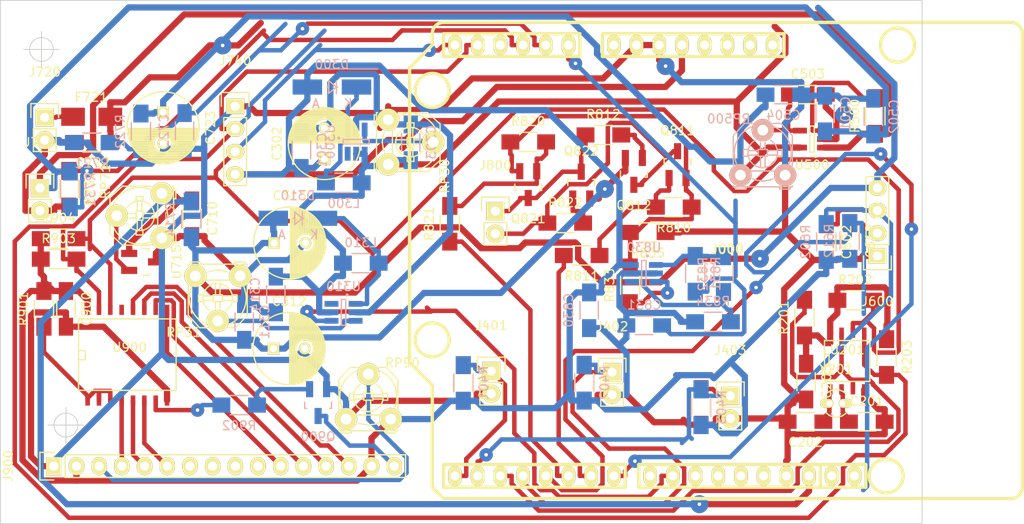
<source format=kicad_pcb>
(kicad_pcb (version 4) (host pcbnew 4.0.2-stable)
  (layers (0 F.Cu signal) (31 B.Cu signal) (34 B.Paste user) (35 F.Paste user) (36 B.SilkS user) (37 F.SilkS user) (38 B.Mask user) (39 F.Mask user) (44 Edge.Cuts user))
  (net 0 "")
  (net 1 "Net-(C201-Pad1)")
  (net 2 GND)
  (net 3 "Net-(C202-Pad1)")
  (net 4 V_rtc)
  (net 5 VCC)
  (net 6 V_bat)
  (net 7 +12V)
  (net 8 BP1)
  (net 9 BP2)
  (net 10 BP3)
  (net 11 V_sol)
  (net 12 "Net-(C503-Pad1)")
  (net 13 quadA)
  (net 14 V_ref)
  (net 15 M_bat)
  (net 16 M_imot)
  (net 17 "Net-(D300-Pad1)")
  (net 18 "Net-(D310-Pad1)")
  (net 19 "Net-(F721-Pad1)")
  (net 20 M_sol)
  (net 21 SDA)
  (net 22 SCL)
  (net 23 alarm)
  (net 24 quadB)
  (net 25 C_bkw)
  (net 26 C_frw)
  (net 27 buzz)
  (net 28 mot_A)
  (net 29 mot_B)
  (net 30 "Net-(J900-Pad3)")
  (net 31 "Net-(J900-Pad4)")
  (net 32 "Net-(J900-Pad5)")
  (net 33 "Net-(J900-Pad6)")
  (net 34 "Net-(J900-Pad11)")
  (net 35 "Net-(J900-Pad12)")
  (net 36 "Net-(J900-Pad13)")
  (net 37 "Net-(J900-Pad14)")
  (net 38 "Net-(J900-Pad16)")
  (net 39 "Net-(Q811-Pad1)")
  (net 40 "Net-(Q811-Pad2)")
  (net 41 "Net-(Q812-Pad1)")
  (net 42 "Net-(Q821-Pad1)")
  (net 43 "Net-(Q822-Pad1)")
  (net 44 "Net-(Q900-Pad1)")
  (net 45 "Net-(R500-Pad2)")
  (net 46 "Net-(R831-Pad2)")
  (net 47 "Net-(R832-Pad2)")
  (net 48 "Net-(R833-Pad1)")
  (net 49 "Net-(R901-Pad1)")
  (net 50 "Net-(R902-Pad1)")
  (net 51 "Net-(RP30-Pad2)")
  (net 52 "Net-(RP31-Pad2)")
  (net 53 "Net-(RP71-Pad2)")
  (module w_conn_misc:arduino_header (layer F.Cu) (at 180.64 120.09 180)
    (fp_text reference J000 (at 0 1.27 180) (layer F.SilkS) (effects (font (size 1.016 1.016) (thickness 0.2032))))
    (fp_text value Arduino_Header hide)
    (pad 1 thru_hole oval (at -5.08 24.13 180) (size 1.524 2.19964) (drill 1.00076) (layers *.Cu *.Mask F.SilkS))
    (pad 2 thru_hole oval (at -2.54 24.13 180) (size 1.524 2.19964) (drill 1.00076) (layers *.Cu *.Mask F.SilkS))
    (pad 3 thru_hole oval (at 0 24.13 180) (size 1.524 2.19964) (drill 1.00076) (layers *.Cu *.Mask F.SilkS))
    (pad 4 thru_hole oval (at 2.54 24.13 180) (size 1.524 2.19964) (drill 1.00076) (layers *.Cu *.Mask F.SilkS))
    (pad 5 thru_hole oval (at 5.08 24.13 180) (size 1.524 2.19964) (drill 1.00076) (layers *.Cu *.Mask F.SilkS) (net 5 VCC))
    (pad 6 thru_hole oval (at 7.62 24.13 180) (size 1.524 2.19964) (drill 1.00076) (layers *.Cu *.Mask F.SilkS) (net 2 GND))
    (pad 7 thru_hole oval (at 10.16 24.13 180) (size 1.524 2.19964) (drill 1.00076) (layers *.Cu *.Mask F.SilkS) (net 2 GND))
    (pad 8 thru_hole oval (at 12.7 24.13 180) (size 1.524 2.19964) (drill 1.00076) (layers *.Cu *.Mask F.SilkS))
    (pad 9 thru_hole oval (at 17.78 24.13 180) (size 1.524 2.19964) (drill 1.00076) (layers *.Cu *.Mask F.SilkS) (net 16 M_imot))
    (pad 10 thru_hole oval (at 20.32 24.13 180) (size 1.524 2.19964) (drill 1.00076) (layers *.Cu *.Mask F.SilkS) (net 15 M_bat))
    (pad 11 thru_hole oval (at 22.86 24.13 180) (size 1.524 2.19964) (drill 1.00076) (layers *.Cu *.Mask F.SilkS) (net 20 M_sol))
    (pad 12 thru_hole oval (at 25.4 24.13 180) (size 1.524 2.19964) (drill 1.00076) (layers *.Cu *.Mask F.SilkS))
    (pad 13 thru_hole oval (at 27.94 24.13 180) (size 1.524 2.19964) (drill 1.00076) (layers *.Cu *.Mask F.SilkS) (net 21 SDA))
    (pad 14 thru_hole oval (at 30.48 24.13 180) (size 1.524 2.19964) (drill 1.00076) (layers *.Cu *.Mask F.SilkS) (net 22 SCL))
    (pad "" np_thru_hole circle (at -19.05 24.13 180) (size 3.19786 3.19786) (drill 3.19786) (layers *.Cu *.Mask F.SilkS))
    (pad "" np_thru_hole circle (at 33.02 19.05 180) (size 3.19786 3.19786) (drill 3.19786) (layers *.Cu *.Mask F.SilkS))
    (pad 15 thru_hole oval (at 30.48 -24.13 180) (size 1.524 2.1971) (drill 0.99822) (layers *.Cu *.Mask F.SilkS) (net 8 BP1))
    (pad 16 thru_hole oval (at 27.94 -24.13 180) (size 1.524 2.1971) (drill 0.99822) (layers *.Cu *.Mask F.SilkS) (net 10 BP3))
    (pad 17 thru_hole oval (at 25.4 -24.13 180) (size 1.524 2.1971) (drill 0.99822) (layers *.Cu *.Mask F.SilkS) (net 23 alarm))
    (pad 18 thru_hole oval (at 22.86 -24.13 180) (size 1.524 2.1971) (drill 0.99822) (layers *.Cu *.Mask F.SilkS) (net 9 BP2))
    (pad 19 thru_hole oval (at 20.32 -24.13 180) (size 1.524 2.1971) (drill 0.99822) (layers *.Cu *.Mask F.SilkS) (net 24 quadB))
    (pad 20 thru_hole oval (at 17.78 -24.13 180) (size 1.524 2.1971) (drill 0.99822) (layers *.Cu *.Mask F.SilkS) (net 25 C_bkw))
    (pad 21 thru_hole oval (at 15.24 -24.13 180) (size 1.524 2.1971) (drill 0.99822) (layers *.Cu *.Mask F.SilkS) (net 26 C_frw))
    (pad 22 thru_hole oval (at 12.7 -24.13 180) (size 1.524 2.1971) (drill 0.99822) (layers *.Cu *.Mask F.SilkS) (net 13 quadA))
    (pad 23 thru_hole oval (at 8.636 -24.13 180) (size 1.524 2.1971) (drill 0.99822) (layers *.Cu *.Mask F.SilkS))
    (pad 24 thru_hole oval (at 6.096 -24.13 180) (size 1.524 2.1971) (drill 0.99822) (layers *.Cu *.Mask F.SilkS) (net 27 buzz))
    (pad 25 thru_hole oval (at 3.556 -24.13 180) (size 1.524 2.1971) (drill 0.99822) (layers *.Cu *.Mask F.SilkS))
    (pad 26 thru_hole oval (at 1.016 -24.13 180) (size 1.524 2.1971) (drill 0.99822) (layers *.Cu *.Mask F.SilkS))
    (pad 27 thru_hole oval (at -1.524 -24.13 180) (size 1.524 2.1971) (drill 0.99822) (layers *.Cu *.Mask F.SilkS))
    (pad 28 thru_hole oval (at -4.064 -24.13 180) (size 1.524 2.1971) (drill 0.99822) (layers *.Cu *.Mask F.SilkS))
    (pad 29 thru_hole oval (at -6.604 -24.13 180) (size 1.524 2.1971) (drill 0.99822) (layers *.Cu *.Mask F.SilkS) (net 2 GND))
    (pad 30 thru_hole oval (at -9.14146 -24.13 180) (size 1.524 2.1971) (drill 0.99822) (layers *.Cu *.Mask F.SilkS) (net 14 V_ref))
    (pad "" np_thru_hole circle (at -17.78 -24.13 180) (size 3.19786 3.19786) (drill 3.19786) (layers *.Cu *.Mask F.SilkS))
    (pad 31 thru_hole oval (at -11.684 -24.13 180) (size 1.524 2.1971) (drill 0.99822) (layers *.Cu *.Mask F.SilkS))
    (pad 32 thru_hole oval (at -14.224 -24.13 180) (size 1.524 2.1971) (drill 0.99822) (layers *.Cu *.Mask F.SilkS))
    (pad "" np_thru_hole circle (at 33.02 -8.89 180) (size 3.19786 3.19786) (drill 3.19786) (layers *.Cu *.Mask F.SilkS))
  )
  (module Capacitors_SMD:C_1206_HandSoldering (layer F.Cu) (at 196.25 138.15)
    (fp_text reference C201 (at 0 -2.3) (layer F.SilkS))
    (fp_text value 10p)
    (pad 1 smd rect (at -2 0) (size 2 1.6) (layers F.Cu F.Paste F.Mask) (net 1 "Net-(C201-Pad1)"))
    (pad 2 smd rect (at 2 0) (size 2 1.6) (layers F.Cu F.Paste F.Mask) (net 2 GND))
  )
  (module Capacitors_SMD:C_1206_HandSoldering (layer F.Cu) (at 189.39 138.15 180)
    (fp_text reference C202 (at 0 -2.3 180) (layer F.SilkS))
    (fp_text value 10p)
    (pad 1 smd rect (at -2 0 180) (size 2 1.6) (layers F.Cu F.Paste F.Mask) (net 3 "Net-(C202-Pad1)"))
    (pad 2 smd rect (at 2 0 180) (size 2 1.6) (layers F.Cu F.Paste F.Mask) (net 2 GND))
  )
  (module Capacitors_SMD:C_1206_HandSoldering (layer F.Cu) (at 189.46 133.66 270)
    (fp_text reference C203 (at 0 -2.3 270) (layer F.SilkS))
    (fp_text value 10n)
    (pad 1 smd rect (at -2 0 270) (size 2 1.6) (layers F.Cu F.Paste F.Mask) (net 4 V_rtc))
    (pad 2 smd rect (at 2 0 270) (size 2 1.6) (layers F.Cu F.Paste F.Mask) (net 2 GND))
  )
  (module Capacitors_SMD:C_1206_HandSoldering (layer B.Cu) (at 132.98 107.72 90)
    (fp_text reference C301 (at 0 2.3 90) (layer B.SilkS) (effects (justify mirror)))
    (fp_text value 10uF)
    (pad 1 smd rect (at -2 0 90) (size 2 1.6) (layers B.Cu B.Paste B.Mask) (net 5 VCC))
    (pad 2 smd rect (at 2 0 90) (size 2 1.6) (layers B.Cu B.Paste B.Mask) (net 2 GND))
  )
  (module Capacitors_ThroughHole:C_Radial_D8_L11.5_P3.5 (layer F.Cu) (at 135.54 108.74 90)
    (fp_text reference C302 (at 1.75 -5.3 90) (layer F.SilkS))
    (fp_text value 470uF)
    (pad 2 thru_hole circle (at 3.5 0 90) (size 1.3 1.3) (drill 0.8) (layers *.Cu *.Mask F.SilkS) (net 2 GND))
    (pad 1 thru_hole rect (at 0 0 90) (size 1.3 1.3) (drill 0.8) (layers *.Cu *.Mask F.SilkS) (net 5 VCC))
  )
  (module Capacitors_SMD:C_1206_HandSoldering (layer B.Cu) (at 145.21 106.85 90)
    (fp_text reference C303 (at 0 2.3 90) (layer B.SilkS) (effects (justify mirror)))
    (fp_text value 10uF)
    (pad 1 smd rect (at -2 0 90) (size 2 1.6) (layers B.Cu B.Paste B.Mask) (net 6 V_bat))
    (pad 2 smd rect (at 2 0 90) (size 2 1.6) (layers B.Cu B.Paste B.Mask) (net 2 GND))
  )
  (module Capacitors_SMD:C_1206_HandSoldering (layer B.Cu) (at 126.57 126.98 90)
    (fp_text reference C311 (at 0 2.3 90) (layer B.SilkS) (effects (justify mirror)))
    (fp_text value 10uF)
    (pad 1 smd rect (at -2 0 90) (size 2 1.6) (layers B.Cu B.Paste B.Mask) (net 7 +12V))
    (pad 2 smd rect (at 2 0 90) (size 2 1.6) (layers B.Cu B.Paste B.Mask) (net 2 GND))
  )
  (module Capacitors_ThroughHole:C_Radial_D8_L11.5_P3.5 (layer F.Cu) (at 129.84 129.96)
    (fp_text reference C312 (at 1.75 -5.3) (layer F.SilkS))
    (fp_text value 470uF)
    (pad 2 thru_hole circle (at 3.5 0) (size 1.3 1.3) (drill 0.8) (layers *.Cu *.Mask F.SilkS) (net 2 GND))
    (pad 1 thru_hole rect (at 0 0) (size 1.3 1.3) (drill 0.8) (layers *.Cu *.Mask F.SilkS) (net 7 +12V))
  )
  (module Capacitors_ThroughHole:C_Radial_D8_L11.5_P3.5 (layer F.Cu) (at 129.92 118.13)
    (fp_text reference C313 (at 1.75 -5.3) (layer F.SilkS))
    (fp_text value 470uF)
    (pad 2 thru_hole circle (at 3.5 0) (size 1.3 1.3) (drill 0.8) (layers *.Cu *.Mask F.SilkS) (net 2 GND))
    (pad 1 thru_hole rect (at 0 0) (size 1.3 1.3) (drill 0.8) (layers *.Cu *.Mask F.SilkS) (net 7 +12V))
  )
  (module Capacitors_SMD:C_1206_HandSoldering (layer B.Cu) (at 130.11 123.9 270)
    (fp_text reference C314 (at 0 2.3 270) (layer B.SilkS) (effects (justify mirror)))
    (fp_text value 10uF)
    (pad 1 smd rect (at -2 0 270) (size 2 1.6) (layers B.Cu B.Paste B.Mask) (net 6 V_bat))
    (pad 2 smd rect (at 2 0 270) (size 2 1.6) (layers B.Cu B.Paste B.Mask) (net 2 GND))
  )
  (module Capacitors_SMD:C_1206_HandSoldering (layer F.Cu) (at 151.09 133.81 270)
    (fp_text reference C401 (at 0 -2.3 270) (layer F.SilkS))
    (fp_text value 10n)
    (pad 1 smd rect (at -2 0 270) (size 2 1.6) (layers F.Cu F.Paste F.Mask) (net 8 BP1))
    (pad 2 smd rect (at 2 0 270) (size 2 1.6) (layers F.Cu F.Paste F.Mask) (net 2 GND))
  )
  (module Capacitors_SMD:C_1206_HandSoldering (layer F.Cu) (at 164.62 133.78 270)
    (fp_text reference C402 (at 0 -2.3 270) (layer F.SilkS))
    (fp_text value 10n)
    (pad 1 smd rect (at -2 0 270) (size 2 1.6) (layers F.Cu F.Paste F.Mask) (net 9 BP2))
    (pad 2 smd rect (at 2 0 270) (size 2 1.6) (layers F.Cu F.Paste F.Mask) (net 2 GND))
  )
  (module Capacitors_SMD:C_1206_HandSoldering (layer F.Cu) (at 177.7 136.49 270)
    (fp_text reference C403 (at 0 -2.3 270) (layer F.SilkS))
    (fp_text value 10n)
    (pad 1 smd rect (at -2 0 270) (size 2 1.6) (layers F.Cu F.Paste F.Mask) (net 10 BP3))
    (pad 2 smd rect (at 2 0 270) (size 2 1.6) (layers F.Cu F.Paste F.Mask) (net 2 GND))
  )
  (module Capacitors_SMD:C_1206_HandSoldering (layer B.Cu) (at 191.575 103.625 90)
    (fp_text reference C501 (at 0 2.3 90) (layer B.SilkS) (effects (justify mirror)))
    (fp_text value 10uF)
    (pad 1 smd rect (at -2 0 90) (size 2 1.6) (layers B.Cu B.Paste B.Mask) (net 11 V_sol))
    (pad 2 smd rect (at 2 0 90) (size 2 1.6) (layers B.Cu B.Paste B.Mask) (net 2 GND))
  )
  (module Capacitors_SMD:C_1206_HandSoldering (layer B.Cu) (at 196.98 103.97 90)
    (fp_text reference C502 (at 0 2.3 90) (layer B.SilkS) (effects (justify mirror)))
    (fp_text value 10n)
    (pad 1 smd rect (at -2 0 90) (size 2 1.6) (layers B.Cu B.Paste B.Mask) (net 11 V_sol))
    (pad 2 smd rect (at 2 0 90) (size 2 1.6) (layers B.Cu B.Paste B.Mask) (net 2 GND))
  )
  (module Capacitors_SMD:C_1206_HandSoldering (layer F.Cu) (at 189.655 101.505)
    (fp_text reference C503 (at 0 -2.3) (layer F.SilkS))
    (fp_text value 10n)
    (pad 1 smd rect (at -2 0) (size 2 1.6) (layers F.Cu F.Paste F.Mask) (net 12 "Net-(C503-Pad1)"))
    (pad 2 smd rect (at 2 0) (size 2 1.6) (layers F.Cu F.Paste F.Mask) (net 2 GND))
  )
  (module Capacitors_SMD:C_1206_HandSoldering (layer B.Cu) (at 186.915 101.515)
    (fp_text reference C504 (at 0 2.3) (layer B.SilkS) (effects (justify mirror)))
    (fp_text value 10uF)
    (pad 1 smd rect (at -2 0) (size 2 1.6) (layers B.Cu B.Paste B.Mask) (net 6 V_bat))
    (pad 2 smd rect (at 2 0) (size 2 1.6) (layers B.Cu B.Paste B.Mask) (net 2 GND))
  )
  (module Capacitors_SMD:C_1206_HandSoldering (layer F.Cu) (at 191.69 118.03 270)
    (fp_text reference C602 (at 0 -2.3 270) (layer F.SilkS))
    (fp_text value 100nF)
    (pad 1 smd rect (at -2 0 270) (size 2 1.6) (layers F.Cu F.Paste F.Mask) (net 13 quadA))
    (pad 2 smd rect (at 2 0 270) (size 2 1.6) (layers F.Cu F.Paste F.Mask) (net 2 GND))
  )
  (module Capacitors_SMD:C_1206_HandSoldering (layer F.Cu) (at 194.38 117.91 270)
    (fp_text reference C612 (at 0 -2.3 270) (layer F.SilkS))
    (fp_text value 100nF)
    (pad 1 smd rect (at -2 0 270) (size 2 1.6) (layers F.Cu F.Paste F.Mask) (net 24 quadB))
    (pad 2 smd rect (at 2 0 270) (size 2 1.6) (layers F.Cu F.Paste F.Mask) (net 2 GND))
  )
  (module Capacitors_SMD:C_1206_HandSoldering (layer F.Cu) (at 120.735 115.365 270)
    (fp_text reference C710 (at 0 -2.3 270) (layer F.SilkS))
    (fp_text value 10n)
    (pad 1 smd rect (at -2 0 270) (size 2 1.6) (layers F.Cu F.Paste F.Mask) (net 14 V_ref))
    (pad 2 smd rect (at 2 0 270) (size 2 1.6) (layers F.Cu F.Paste F.Mask) (net 2 GND))
  )
  (module Capacitors_SMD:C_1206_HandSoldering (layer B.Cu) (at 119.9 105.58 270)
    (fp_text reference C721 (at 0 2.3 270) (layer B.SilkS) (effects (justify mirror)))
    (fp_text value 10n)
    (pad 1 smd rect (at -2 0 270) (size 2 1.6) (layers B.Cu B.Paste B.Mask) (net 15 M_bat))
    (pad 2 smd rect (at 2 0 270) (size 2 1.6) (layers B.Cu B.Paste B.Mask) (net 2 GND))
  )
  (module Capacitors_SMD:C_1206_HandSoldering (layer F.Cu) (at 109.62 106.83 180)
    (fp_text reference C722 (at 0 -2.3 180) (layer F.SilkS))
    (fp_text value 10uF)
    (pad 1 smd rect (at -2 0 180) (size 2 1.6) (layers F.Cu F.Paste F.Mask) (net 6 V_bat))
    (pad 2 smd rect (at 2 0 180) (size 2 1.6) (layers F.Cu F.Paste F.Mask) (net 2 GND))
  )
  (module Capacitors_ThroughHole:C_Radial_D8_L11.5_P3.5 (layer F.Cu) (at 117.5 103.48 270)
    (fp_text reference C723 (at 1.75 -5.3 270) (layer F.SilkS))
    (fp_text value 470uF)
    (pad 2 thru_hole circle (at 3.5 0 270) (size 1.3 1.3) (drill 0.8) (layers *.Cu *.Mask F.SilkS) (net 2 GND))
    (pad 1 thru_hole rect (at 0 0 270) (size 1.3 1.3) (drill 0.8) (layers *.Cu *.Mask F.SilkS) (net 6 V_bat))
  )
  (module Capacitors_SMD:C_1206_HandSoldering (layer B.Cu) (at 165.18 125.67 270)
    (fp_text reference C830 (at 0 2.3 270) (layer B.SilkS) (effects (justify mirror)))
    (fp_text value 100n)
    (pad 1 smd rect (at -2 0 270) (size 2 1.6) (layers B.Cu B.Paste B.Mask) (net 5 VCC))
    (pad 2 smd rect (at 2 0 270) (size 2 1.6) (layers B.Cu B.Paste B.Mask) (net 2 GND))
  )
  (module Capacitors_SMD:C_1206_HandSoldering (layer B.Cu) (at 171.34 127.37 180)
    (fp_text reference C831 (at 0 2.3 180) (layer B.SilkS) (effects (justify mirror)))
    (fp_text value 100n)
    (pad 1 smd rect (at -2 0 180) (size 2 1.6) (layers B.Cu B.Paste B.Mask) (net 16 M_imot))
    (pad 2 smd rect (at 2 0 180) (size 2 1.6) (layers B.Cu B.Paste B.Mask) (net 2 GND))
  )
  (module Capacitors_SMD:C_1206_HandSoldering (layer F.Cu) (at 106.62 125.51 270)
    (fp_text reference C900 (at 0 -2.3 270) (layer F.SilkS))
    (fp_text value 100nF)
    (pad 1 smd rect (at -2 0 270) (size 2 1.6) (layers F.Cu F.Paste F.Mask) (net 5 VCC))
    (pad 2 smd rect (at 2 0 270) (size 2 1.6) (layers F.Cu F.Paste F.Mask) (net 2 GND))
  )
  (module Diodes_SMD:MiniMELF_Handsoldering (layer B.Cu) (at 136.388 100.662 180)
    (fp_text reference D300 (at 0 2.54 180) (layer B.SilkS) (effects (justify mirror)))
    (fp_text value SCHOTTKY)
    (fp_text user K (at -1.8 -1.85 180) (layer B.SilkS) (effects (justify mirror)))
    (fp_text user A (at 1.8 -1.85 180) (layer B.SilkS) (effects (justify mirror)))
    (pad 1 smd rect (at -2.75082 0 180) (size 3.29946 1.69926) (layers B.Cu B.Paste B.Mask) (net 17 "Net-(D300-Pad1)"))
    (pad 2 smd rect (at 2.75082 0 180) (size 3.29946 1.69926) (layers B.Cu B.Paste B.Mask) (net 5 VCC))
  )
  (module Diodes_SMD:MiniMELF_Handsoldering (layer B.Cu) (at 132.58 115.36 180)
    (fp_text reference D310 (at 0 2.54 180) (layer B.SilkS) (effects (justify mirror)))
    (fp_text value SCHOTTKY)
    (fp_text user K (at -1.8 -1.85 180) (layer B.SilkS) (effects (justify mirror)))
    (fp_text user A (at 1.8 -1.85 180) (layer B.SilkS) (effects (justify mirror)))
    (pad 1 smd rect (at -2.75082 0 180) (size 3.29946 1.69926) (layers B.Cu B.Paste B.Mask) (net 18 "Net-(D310-Pad1)"))
    (pad 2 smd rect (at 2.75082 0 180) (size 3.29946 1.69926) (layers B.Cu B.Paste B.Mask) (net 7 +12V))
  )
  (module Fuse_Holders_and_Fuses:Fuse_SMD1206_HandSoldering (layer F.Cu) (at 109.5 103.99)
    (fp_text reference F721 (at -0.0508 -2.19964) (layer F.SilkS))
    (fp_text value 5A)
    (pad 1 smd rect (at -2.08534 0 90) (size 2.02946 2.65176) (layers F.Cu F.Paste F.Mask) (net 19 "Net-(F721-Pad1)"))
    (pad 2 smd rect (at 2.08534 0 90) (size 2.02946 2.65176) (layers F.Cu F.Paste F.Mask) (net 6 V_bat))
  )
  (module Pin_Headers:Pin_Header_Straight_1x02 (layer F.Cu) (at 154.22 132.47)
    (fp_text reference J401 (at 0 -5.1) (layer F.SilkS))
    (fp_text value HEADER_2)
    (pad 1 thru_hole rect (at 0 0) (size 2.032 2.032) (drill 1.016) (layers *.Cu *.Mask F.SilkS) (net 8 BP1))
    (pad 2 thru_hole oval (at 0 2.54) (size 2.032 2.032) (drill 1.016) (layers *.Cu *.Mask F.SilkS) (net 2 GND))
  )
  (module Pin_Headers:Pin_Header_Straight_1x02 (layer F.Cu) (at 167.75 132.6)
    (fp_text reference J402 (at 0 -5.1) (layer F.SilkS))
    (fp_text value HEADER_2)
    (pad 1 thru_hole rect (at 0 0) (size 2.032 2.032) (drill 1.016) (layers *.Cu *.Mask F.SilkS) (net 9 BP2))
    (pad 2 thru_hole oval (at 0 2.54) (size 2.032 2.032) (drill 1.016) (layers *.Cu *.Mask F.SilkS) (net 2 GND))
  )
  (module Pin_Headers:Pin_Header_Straight_1x02 (layer F.Cu) (at 180.98 135.25)
    (fp_text reference J403 (at 0 -5.1) (layer F.SilkS))
    (fp_text value HEADER_2)
    (pad 1 thru_hole rect (at 0 0) (size 2.032 2.032) (drill 1.016) (layers *.Cu *.Mask F.SilkS) (net 10 BP3))
    (pad 2 thru_hole oval (at 0 2.54) (size 2.032 2.032) (drill 1.016) (layers *.Cu *.Mask F.SilkS) (net 2 GND))
  )
  (module Pin_Headers:Pin_Header_Straight_1x04 (layer F.Cu) (at 197.44 119.58 180)
    (fp_text reference J600 (at 0 -5.1 180) (layer F.SilkS))
    (fp_text value HEADER_4)
    (pad 1 thru_hole rect (at 0 0 180) (size 2.032 1.7272) (drill 1.016) (layers *.Cu *.Mask F.SilkS) (net 2 GND))
    (pad 2 thru_hole oval (at 0 2.54 180) (size 2.032 1.7272) (drill 1.016) (layers *.Cu *.Mask F.SilkS) (net 24 quadB))
    (pad 3 thru_hole oval (at 0 5.08 180) (size 2.032 1.7272) (drill 1.016) (layers *.Cu *.Mask F.SilkS) (net 13 quadA))
    (pad 4 thru_hole oval (at 0 7.62 180) (size 2.032 1.7272) (drill 1.016) (layers *.Cu *.Mask F.SilkS) (net 7 +12V))
  )
  (module Pin_Headers:Pin_Header_Straight_1x02 (layer F.Cu) (at 104.25 104.07)
    (fp_text reference J720 (at 0 -5.1) (layer F.SilkS))
    (fp_text value HEADER_2)
    (pad 1 thru_hole rect (at 0 0) (size 2.032 2.032) (drill 1.016) (layers *.Cu *.Mask F.SilkS) (net 19 "Net-(F721-Pad1)"))
    (pad 2 thru_hole oval (at 0 2.54) (size 2.032 2.032) (drill 1.016) (layers *.Cu *.Mask F.SilkS) (net 2 GND))
  )
  (module Pin_Headers:Pin_Header_Straight_1x02 (layer F.Cu) (at 103.71 111.97)
    (fp_text reference J730 (at 0 -5.1) (layer F.SilkS))
    (fp_text value HEADER_2)
    (pad 1 thru_hole rect (at 0 0) (size 2.032 2.032) (drill 1.016) (layers *.Cu *.Mask F.SilkS) (net 11 V_sol))
    (pad 2 thru_hole oval (at 0 2.54) (size 2.032 2.032) (drill 1.016) (layers *.Cu *.Mask F.SilkS) (net 2 GND))
  )
  (module Pin_Headers:Pin_Header_Straight_1x04 (layer F.Cu) (at 125.56 102.82)
    (fp_text reference J740 (at 0 -5.1) (layer F.SilkS))
    (fp_text value HEADER_4)
    (pad 1 thru_hole rect (at 0 0) (size 2.032 1.7272) (drill 1.016) (layers *.Cu *.Mask F.SilkS) (net 2 GND))
    (pad 2 thru_hole oval (at 0 2.54) (size 2.032 1.7272) (drill 1.016) (layers *.Cu *.Mask F.SilkS) (net 21 SDA))
    (pad 3 thru_hole oval (at 0 5.08) (size 2.032 1.7272) (drill 1.016) (layers *.Cu *.Mask F.SilkS) (net 22 SCL))
    (pad 4 thru_hole oval (at 0 7.62) (size 2.032 1.7272) (drill 1.016) (layers *.Cu *.Mask F.SilkS) (net 5 VCC))
  )
  (module Pin_Headers:Pin_Header_Straight_1x02 (layer F.Cu) (at 154.68 114.55)
    (fp_text reference J800 (at 0 -5.1) (layer F.SilkS))
    (fp_text value HEADER_2)
    (pad 1 thru_hole rect (at 0 0) (size 2.032 2.032) (drill 1.016) (layers *.Cu *.Mask F.SilkS) (net 28 mot_A))
    (pad 2 thru_hole oval (at 0 2.54) (size 2.032 2.032) (drill 1.016) (layers *.Cu *.Mask F.SilkS) (net 29 mot_B))
  )
  (module Pin_Headers:Pin_Header_Straight_1x16 (layer F.Cu) (at 105.26 143.13 90)
    (fp_text reference J900 (at 0 -5.1 90) (layer F.SilkS))
    (fp_text value HEADER_16)
    (pad 1 thru_hole rect (at 0 0 90) (size 2.032 1.7272) (drill 1.016) (layers *.Cu *.Mask F.SilkS) (net 2 GND))
    (pad 2 thru_hole oval (at 0 2.54 90) (size 2.032 1.7272) (drill 1.016) (layers *.Cu *.Mask F.SilkS) (net 5 VCC))
    (pad 3 thru_hole oval (at 0 5.08 90) (size 2.032 1.7272) (drill 1.016) (layers *.Cu *.Mask F.SilkS) (net 30 "Net-(J900-Pad3)"))
    (pad 4 thru_hole oval (at 0 7.62 90) (size 2.032 1.7272) (drill 1.016) (layers *.Cu *.Mask F.SilkS) (net 31 "Net-(J900-Pad4)"))
    (pad 5 thru_hole oval (at 0 10.16 90) (size 2.032 1.7272) (drill 1.016) (layers *.Cu *.Mask F.SilkS) (net 32 "Net-(J900-Pad5)"))
    (pad 6 thru_hole oval (at 0 12.7 90) (size 2.032 1.7272) (drill 1.016) (layers *.Cu *.Mask F.SilkS) (net 33 "Net-(J900-Pad6)"))
    (pad 7 thru_hole oval (at 0 15.24 90) (size 2.032 1.7272) (drill 1.016) (layers *.Cu *.Mask F.SilkS))
    (pad 8 thru_hole oval (at 0 17.78 90) (size 2.032 1.7272) (drill 1.016) (layers *.Cu *.Mask F.SilkS))
    (pad 9 thru_hole oval (at 0 20.32 90) (size 2.032 1.7272) (drill 1.016) (layers *.Cu *.Mask F.SilkS))
    (pad 10 thru_hole oval (at 0 22.86 90) (size 2.032 1.7272) (drill 1.016) (layers *.Cu *.Mask F.SilkS))
    (pad 11 thru_hole oval (at 0 25.4 90) (size 2.032 1.7272) (drill 1.016) (layers *.Cu *.Mask F.SilkS) (net 34 "Net-(J900-Pad11)"))
    (pad 12 thru_hole oval (at 0 27.94 90) (size 2.032 1.7272) (drill 1.016) (layers *.Cu *.Mask F.SilkS) (net 35 "Net-(J900-Pad12)"))
    (pad 13 thru_hole oval (at 0 30.48 90) (size 2.032 1.7272) (drill 1.016) (layers *.Cu *.Mask F.SilkS) (net 36 "Net-(J900-Pad13)"))
    (pad 14 thru_hole oval (at 0 33.02 90) (size 2.032 1.7272) (drill 1.016) (layers *.Cu *.Mask F.SilkS) (net 37 "Net-(J900-Pad14)"))
    (pad 15 thru_hole oval (at 0 35.56 90) (size 2.032 1.7272) (drill 1.016) (layers *.Cu *.Mask F.SilkS) (net 5 VCC))
    (pad 16 thru_hole oval (at 0 38.1 90) (size 2.032 1.7272) (drill 1.016) (layers *.Cu *.Mask F.SilkS) (net 38 "Net-(J900-Pad16)"))
  )
  (module Resistors_SMD:R_1206_HandSoldering (layer B.Cu) (at 137.72 111.39)
    (fp_text reference L300 (at 0 2.3) (layer B.SilkS) (effects (justify mirror)))
    (fp_text value INDUCTOR)
    (pad 1 smd rect (at -2 0) (size 2 1.7) (layers B.Cu B.Paste B.Mask) (net 17 "Net-(D300-Pad1)"))
    (pad 2 smd rect (at 2 0) (size 2 1.7) (layers B.Cu B.Paste B.Mask) (net 6 V_bat))
  )
  (module Resistors_SMD:R_1206_HandSoldering (layer B.Cu) (at 139.62 120.39 180)
    (fp_text reference L310 (at 0 2.3 180) (layer B.SilkS) (effects (justify mirror)))
    (fp_text value INDUCTOR)
    (pad 1 smd rect (at -2 0 180) (size 2 1.7) (layers B.Cu B.Paste B.Mask) (net 18 "Net-(D310-Pad1)"))
    (pad 2 smd rect (at 2 0 180) (size 2 1.7) (layers B.Cu B.Paste B.Mask) (net 6 V_bat))
  )
  (module TO_SOT_Packages_SMD:SOT-23_Handsoldering (layer F.Cu) (at 175.07 109.35)
    (fp_text reference Q811 (at 0 -3.81) (layer F.SilkS))
    (fp_text value PBSS4320)
    (pad 1 smd rect (at -0.95 1.50114) (size 0.8001 1.80086) (layers F.Cu F.Paste F.Mask) (net 39 "Net-(Q811-Pad1)"))
    (pad 2 smd rect (at 0.95 1.50114) (size 0.8001 1.80086) (layers F.Cu F.Paste F.Mask) (net 40 "Net-(Q811-Pad2)"))
    (pad 3 smd rect (at 0 -1.50114) (size 0.8001 1.80086) (layers F.Cu F.Paste F.Mask) (net 29 mot_B))
  )
  (module TO_SOT_Packages_SMD:SOT-23_Handsoldering (layer F.Cu) (at 170.18 110.11 180)
    (fp_text reference Q812 (at 0 -3.81 180) (layer F.SilkS))
    (fp_text value PBSS5350)
    (pad 1 smd rect (at -0.95 1.50114 180) (size 0.8001 1.80086) (layers F.Cu F.Paste F.Mask) (net 41 "Net-(Q812-Pad1)"))
    (pad 2 smd rect (at 0.95 1.50114 180) (size 0.8001 1.80086) (layers F.Cu F.Paste F.Mask) (net 7 +12V))
    (pad 3 smd rect (at 0 -1.50114 180) (size 0.8001 1.80086) (layers F.Cu F.Paste F.Mask) (net 29 mot_B))
  )
  (module TO_SOT_Packages_SMD:SOT-23_Handsoldering (layer F.Cu) (at 158.36 111.59 180)
    (fp_text reference Q821 (at 0 -3.81 180) (layer F.SilkS))
    (fp_text value PBSS4320)
    (pad 1 smd rect (at -0.95 1.50114 180) (size 0.8001 1.80086) (layers F.Cu F.Paste F.Mask) (net 42 "Net-(Q821-Pad1)"))
    (pad 2 smd rect (at 0.95 1.50114 180) (size 0.8001 1.80086) (layers F.Cu F.Paste F.Mask) (net 40 "Net-(Q811-Pad2)"))
    (pad 3 smd rect (at 0 -1.50114 180) (size 0.8001 1.80086) (layers F.Cu F.Paste F.Mask) (net 28 mot_A))
  )
  (module TO_SOT_Packages_SMD:SOT-23_Handsoldering (layer F.Cu) (at 164.29 111.65)
    (fp_text reference Q822 (at 0 -3.81) (layer F.SilkS))
    (fp_text value PBSS5350)
    (pad 1 smd rect (at -0.95 1.50114) (size 0.8001 1.80086) (layers F.Cu F.Paste F.Mask) (net 43 "Net-(Q822-Pad1)"))
    (pad 2 smd rect (at 0.95 1.50114) (size 0.8001 1.80086) (layers F.Cu F.Paste F.Mask) (net 7 +12V))
    (pad 3 smd rect (at 0 -1.50114) (size 0.8001 1.80086) (layers F.Cu F.Paste F.Mask) (net 28 mot_A))
  )
  (module TO_SOT_Packages_SMD:SOT-23_Handsoldering (layer B.Cu) (at 134.84 136.01)
    (fp_text reference Q900 (at 0 3.81) (layer B.SilkS) (effects (justify mirror)))
    (fp_text value PBSS4320)
    (pad 1 smd rect (at -0.95 -1.50114) (size 0.8001 1.80086) (layers B.Cu B.Paste B.Mask) (net 44 "Net-(Q900-Pad1)"))
    (pad 2 smd rect (at 0.95 -1.50114) (size 0.8001 1.80086) (layers B.Cu B.Paste B.Mask) (net 2 GND))
    (pad 3 smd rect (at 0 1.50114) (size 0.8001 1.80086) (layers B.Cu B.Paste B.Mask) (net 38 "Net-(J900-Pad16)"))
  )
  (module Resistors_SMD:R_1206_HandSoldering (layer F.Cu) (at 189.28 126.49 90)
    (fp_text reference R201 (at 0 -2.3 90) (layer F.SilkS))
    (fp_text value 10k)
    (pad 1 smd rect (at -2 0 90) (size 2 1.7) (layers F.Cu F.Paste F.Mask) (net 4 V_rtc))
    (pad 2 smd rect (at 2 0 90) (size 2 1.7) (layers F.Cu F.Paste F.Mask) (net 23 alarm))
  )
  (module Resistors_SMD:R_1206_HandSoldering (layer F.Cu) (at 194.96 124.55)
    (fp_text reference R202 (at 0 -2.3) (layer F.SilkS))
    (fp_text value 2.2k)
    (pad 1 smd rect (at -2 0) (size 2 1.7) (layers F.Cu F.Paste F.Mask) (net 4 V_rtc))
    (pad 2 smd rect (at 2 0) (size 2 1.7) (layers F.Cu F.Paste F.Mask) (net 22 SCL))
  )
  (module Resistors_SMD:R_1206_HandSoldering (layer F.Cu) (at 198.46 130.91 270)
    (fp_text reference R203 (at 0 -2.3 270) (layer F.SilkS))
    (fp_text value 2.2k)
    (pad 1 smd rect (at -2 0 270) (size 2 1.7) (layers F.Cu F.Paste F.Mask) (net 4 V_rtc))
    (pad 2 smd rect (at 2 0 270) (size 2 1.7) (layers F.Cu F.Paste F.Mask) (net 21 SDA))
  )
  (module Resistors_SMD:R_1206_HandSoldering (layer B.Cu) (at 151.09 133.81 90)
    (fp_text reference R401 (at 0 2.3 90) (layer B.SilkS) (effects (justify mirror)))
    (fp_text value 10k)
    (pad 1 smd rect (at -2 0 90) (size 2 1.7) (layers B.Cu B.Paste B.Mask) (net 5 VCC))
    (pad 2 smd rect (at 2 0 90) (size 2 1.7) (layers B.Cu B.Paste B.Mask) (net 8 BP1))
  )
  (module Resistors_SMD:R_1206_HandSoldering (layer B.Cu) (at 164.62 133.78 90)
    (fp_text reference R402 (at 0 2.3 90) (layer B.SilkS) (effects (justify mirror)))
    (fp_text value 10k)
    (pad 1 smd rect (at -2 0 90) (size 2 1.7) (layers B.Cu B.Paste B.Mask) (net 5 VCC))
    (pad 2 smd rect (at 2 0 90) (size 2 1.7) (layers B.Cu B.Paste B.Mask) (net 9 BP2))
  )
  (module Resistors_SMD:R_1206_HandSoldering (layer B.Cu) (at 177.7 136.54 90)
    (fp_text reference R403 (at 0 2.3 90) (layer B.SilkS) (effects (justify mirror)))
    (fp_text value 10k)
    (pad 1 smd rect (at -2 0 90) (size 2 1.7) (layers B.Cu B.Paste B.Mask) (net 5 VCC))
    (pad 2 smd rect (at 2 0 90) (size 2 1.7) (layers B.Cu B.Paste B.Mask) (net 10 BP3))
  )
  (module Resistors_SMD:R_1206_HandSoldering (layer F.Cu) (at 197.21 103.9 90)
    (fp_text reference R500 (at 0 -2.3 90) (layer F.SilkS))
    (fp_text value 10k)
    (pad 1 smd rect (at -2 0 90) (size 2 1.7) (layers F.Cu F.Paste F.Mask) (net 11 V_sol))
    (pad 2 smd rect (at 2 0 90) (size 2 1.7) (layers F.Cu F.Paste F.Mask) (net 45 "Net-(R500-Pad2)"))
  )
  (module Resistors_SMD:R_1206_HandSoldering (layer B.Cu) (at 191.71 118 270)
    (fp_text reference R602 (at 0 2.3 270) (layer B.SilkS) (effects (justify mirror)))
    (fp_text value 4k7)
    (pad 1 smd rect (at -2 0 270) (size 2 1.7) (layers B.Cu B.Paste B.Mask) (net 13 quadA))
    (pad 2 smd rect (at 2 0 270) (size 2 1.7) (layers B.Cu B.Paste B.Mask) (net 5 VCC))
  )
  (module Resistors_SMD:R_1206_HandSoldering (layer B.Cu) (at 194.34 117.89 270)
    (fp_text reference R612 (at 0 2.3 270) (layer B.SilkS) (effects (justify mirror)))
    (fp_text value 4k7)
    (pad 1 smd rect (at -2 0 270) (size 2 1.7) (layers B.Cu B.Paste B.Mask) (net 24 quadB))
    (pad 2 smd rect (at 2 0 270) (size 2 1.7) (layers B.Cu B.Paste B.Mask) (net 5 VCC))
  )
  (module Resistors_SMD:R_1206_HandSoldering (layer B.Cu) (at 120.645 115.485 270)
    (fp_text reference R714 (at 0 2.3 270) (layer B.SilkS) (effects (justify mirror)))
    (fp_text value 10k)
    (pad 1 smd rect (at -2 0 270) (size 2 1.7) (layers B.Cu B.Paste B.Mask) (net 14 V_ref))
    (pad 2 smd rect (at 2 0 270) (size 2 1.7) (layers B.Cu B.Paste B.Mask) (net 7 +12V))
  )
  (module Resistors_SMD:R_1206_HandSoldering (layer B.Cu) (at 109.51 106.89)
    (fp_text reference R721 (at 0 2.3) (layer B.SilkS) (effects (justify mirror)))
    (fp_text value 10k)
    (pad 1 smd rect (at -2 0) (size 2 1.7) (layers B.Cu B.Paste B.Mask) (net 2 GND))
    (pad 2 smd rect (at 2 0) (size 2 1.7) (layers B.Cu B.Paste B.Mask) (net 15 M_bat))
  )
  (module Resistors_SMD:R_1206_HandSoldering (layer B.Cu) (at 115.01 105.63 270)
    (fp_text reference R722 (at 0 2.3 270) (layer B.SilkS) (effects (justify mirror)))
    (fp_text value 10k)
    (pad 1 smd rect (at -2 0 270) (size 2 1.7) (layers B.Cu B.Paste B.Mask) (net 6 V_bat))
    (pad 2 smd rect (at 2 0 270) (size 2 1.7) (layers B.Cu B.Paste B.Mask) (net 15 M_bat))
  )
  (module Resistors_SMD:R_1206_HandSoldering (layer B.Cu) (at 107.1 112.13 90)
    (fp_text reference R731 (at 0 2.3 90) (layer B.SilkS) (effects (justify mirror)))
    (fp_text value 10k)
    (pad 1 smd rect (at -2 0 90) (size 2 1.7) (layers B.Cu B.Paste B.Mask) (net 20 M_sol))
    (pad 2 smd rect (at 2 0 90) (size 2 1.7) (layers B.Cu B.Paste B.Mask) (net 11 V_sol))
  )
  (module Resistors_SMD:R_1206_HandSoldering (layer F.Cu) (at 106.95 112.05 270)
    (fp_text reference R732 (at 0 -2.3 270) (layer F.SilkS))
    (fp_text value 10k)
    (pad 1 smd rect (at -2 0 270) (size 2 1.7) (layers F.Cu F.Paste F.Mask) (net 20 M_sol))
    (pad 2 smd rect (at 2 0 270) (size 2 1.7) (layers F.Cu F.Paste F.Mask) (net 2 GND))
  )
  (module Resistors_SMD:R_1206_HandSoldering (layer F.Cu) (at 174.65 114.11 180)
    (fp_text reference R810 (at 0 -2.3 180) (layer F.SilkS))
    (fp_text value 3k3)
    (pad 1 smd rect (at -2 0 180) (size 2 1.7) (layers F.Cu F.Paste F.Mask) (net 40 "Net-(Q811-Pad2)"))
    (pad 2 smd rect (at 2 0 180) (size 2 1.7) (layers F.Cu F.Paste F.Mask) (net 39 "Net-(Q811-Pad1)"))
  )
  (module Resistors_SMD:R_1206_HandSoldering (layer F.Cu) (at 164.34 119.53 180)
    (fp_text reference R811 (at 0 -2.3 180) (layer F.SilkS))
    (fp_text value 330)
    (pad 1 smd rect (at -2 0 180) (size 2 1.7) (layers F.Cu F.Paste F.Mask) (net 39 "Net-(Q811-Pad1)"))
    (pad 2 smd rect (at 2 0 180) (size 2 1.7) (layers F.Cu F.Paste F.Mask) (net 26 C_frw))
  )
  (module Resistors_SMD:R_1206_HandSoldering (layer F.Cu) (at 166.77 106.03)
    (fp_text reference R812 (at 0 -2.3) (layer F.SilkS))
    (fp_text value 330)
    (pad 1 smd rect (at -2 0) (size 2 1.7) (layers F.Cu F.Paste F.Mask) (net 28 mot_A))
    (pad 2 smd rect (at 2 0) (size 2 1.7) (layers F.Cu F.Paste F.Mask) (net 41 "Net-(Q812-Pad1)"))
  )
  (module Resistors_SMD:R_1206_HandSoldering (layer F.Cu) (at 158.36 106.81)
    (fp_text reference R820 (at 0 -2.3) (layer F.SilkS))
    (fp_text value 3k3)
    (pad 1 smd rect (at -2 0) (size 2 1.7) (layers F.Cu F.Paste F.Mask) (net 40 "Net-(Q811-Pad2)"))
    (pad 2 smd rect (at 2 0) (size 2 1.7) (layers F.Cu F.Paste F.Mask) (net 42 "Net-(Q821-Pad1)"))
  )
  (module Resistors_SMD:R_1206_HandSoldering (layer F.Cu) (at 149.58 115.98 90)
    (fp_text reference R821 (at 0 -2.3 90) (layer F.SilkS))
    (fp_text value 330)
    (pad 1 smd rect (at -2 0 90) (size 2 1.7) (layers F.Cu F.Paste F.Mask) (net 25 C_bkw))
    (pad 2 smd rect (at 2 0 90) (size 2 1.7) (layers F.Cu F.Paste F.Mask) (net 42 "Net-(Q821-Pad1)"))
  )
  (module Resistors_SMD:R_1206_HandSoldering (layer F.Cu) (at 162.5 115.9)
    (fp_text reference R822 (at 0 -2.3) (layer F.SilkS))
    (fp_text value 330)
    (pad 1 smd rect (at -2 0) (size 2 1.7) (layers F.Cu F.Paste F.Mask) (net 29 mot_B))
    (pad 2 smd rect (at 2 0) (size 2 1.7) (layers F.Cu F.Paste F.Mask) (net 43 "Net-(Q822-Pad1)"))
  )
  (module Resistors_SMD:R_1206_HandSoldering (layer B.Cu) (at 177.05 121.58 90)
    (fp_text reference R831 (at 0 2.3 90) (layer B.SilkS) (effects (justify mirror)))
    (fp_text value 1k)
    (pad 1 smd rect (at -2 0 90) (size 2 1.7) (layers B.Cu B.Paste B.Mask) (net 16 M_imot))
    (pad 2 smd rect (at 2 0 90) (size 2 1.7) (layers B.Cu B.Paste B.Mask) (net 46 "Net-(R831-Pad2)"))
  )
  (module Resistors_SMD:R_1206_HandSoldering (layer B.Cu) (at 180.21 121.62 270)
    (fp_text reference R832 (at 0 2.3 270) (layer B.SilkS) (effects (justify mirror)))
    (fp_text value 10k)
    (pad 1 smd rect (at -2 0 270) (size 2 1.7) (layers B.Cu B.Paste B.Mask) (net 46 "Net-(R831-Pad2)"))
    (pad 2 smd rect (at 2 0 270) (size 2 1.7) (layers B.Cu B.Paste B.Mask) (net 47 "Net-(R832-Pad2)"))
  )
  (module Resistors_SMD:R_1206_HandSoldering (layer F.Cu) (at 169.77 122.87 90)
    (fp_text reference R833 (at 0 -2.3 90) (layer F.SilkS))
    (fp_text value 1k)
    (pad 1 smd rect (at -2 0 90) (size 2 1.7) (layers F.Cu F.Paste F.Mask) (net 48 "Net-(R833-Pad1)"))
    (pad 2 smd rect (at 2 0 90) (size 2 1.7) (layers F.Cu F.Paste F.Mask) (net 40 "Net-(Q811-Pad2)"))
  )
  (module Resistors_SMD:R_1206_HandSoldering (layer B.Cu) (at 179.04 126.96 180)
    (fp_text reference R834 (at 0 2.3 180) (layer B.SilkS) (effects (justify mirror)))
    (fp_text value 1k)
    (pad 1 smd rect (at -2 0 180) (size 2 1.7) (layers B.Cu B.Paste B.Mask) (net 47 "Net-(R832-Pad2)"))
    (pad 2 smd rect (at 2 0 180) (size 2 1.7) (layers B.Cu B.Paste B.Mask) (net 2 GND))
  )
  (module Resistors_SMD:R_1206_HandSoldering (layer F.Cu) (at 171.73 116.95 180)
    (fp_text reference R835 (at 0 -2.3 180) (layer F.SilkS))
    (fp_text value 0R2)
    (pad 1 smd rect (at -2 0 180) (size 2 1.7) (layers F.Cu F.Paste F.Mask) (net 2 GND))
    (pad 2 smd rect (at 2 0 180) (size 2 1.7) (layers F.Cu F.Paste F.Mask) (net 40 "Net-(Q811-Pad2)"))
  )
  (module Resistors_SMD:R_1206_HandSoldering (layer F.Cu) (at 104.16 125.51 90)
    (fp_text reference R901 (at 0 -2.3 90) (layer F.SilkS))
    (fp_text value 10k)
    (pad 1 smd rect (at -2 0 90) (size 2 1.7) (layers F.Cu F.Paste F.Mask) (net 49 "Net-(R901-Pad1)"))
    (pad 2 smd rect (at 2 0 90) (size 2 1.7) (layers F.Cu F.Paste F.Mask) (net 5 VCC))
  )
  (module Resistors_SMD:R_1206_HandSoldering (layer B.Cu) (at 126.01 136.29)
    (fp_text reference R902 (at 0 2.3) (layer B.SilkS) (effects (justify mirror)))
    (fp_text value 4.7k)
    (pad 1 smd rect (at -2 0) (size 2 1.7) (layers B.Cu B.Paste B.Mask) (net 50 "Net-(R902-Pad1)"))
    (pad 2 smd rect (at 2 0) (size 2 1.7) (layers B.Cu B.Paste B.Mask) (net 44 "Net-(Q900-Pad1)"))
  )
  (module Resistors_SMD:R_1206_HandSoldering (layer F.Cu) (at 105.8 119.94)
    (fp_text reference R903 (at 0 -2.3) (layer F.SilkS))
    (fp_text value 2.2k)
    (pad 1 smd rect (at -2 0) (size 2 1.7) (layers F.Cu F.Paste F.Mask) (net 5 VCC))
    (pad 2 smd rect (at 2 0) (size 2 1.7) (layers F.Cu F.Paste F.Mask) (net 21 SDA))
  )
  (module Resistors_SMD:R_1206_HandSoldering (layer F.Cu) (at 105.8 117.65)
    (fp_text reference R904 (at 0 -2.3) (layer F.SilkS))
    (fp_text value 2.2k)
    (pad 1 smd rect (at -2 0) (size 2 1.7) (layers F.Cu F.Paste F.Mask) (net 5 VCC))
    (pad 2 smd rect (at 2 0) (size 2 1.7) (layers F.Cu F.Paste F.Mask) (net 22 SCL))
  )
  (module Potentiometers:Potentiometer_Triwood_RM-065 (layer F.Cu) (at 142.69 104.33 270)
    (fp_text reference RP30 (at 6.30936 -6.30936 270) (layer F.SilkS))
    (fp_text value 10k)
    (pad 2 thru_hole circle (at 2.49936 -5.03936 270) (size 2.49936 2.49936) (drill 1.19888) (layers *.Cu *.Mask F.SilkS) (net 51 "Net-(RP30-Pad2)"))
    (pad 3 thru_hole circle (at 4.99872 0 270) (size 2.49936 2.49936) (drill 1.19888) (layers *.Cu *.Mask F.SilkS) (net 6 V_bat))
    (pad 1 thru_hole circle (at 0 0 270) (size 2.49936 2.49936) (drill 1.19888) (layers *.Cu *.Mask F.SilkS) (net 2 GND))
  )
  (module Potentiometers:Potentiometer_Triwood_RM-065 (layer F.Cu) (at 126.11 121.82 180)
    (fp_text reference RP31 (at 6.30936 -6.30936 180) (layer F.SilkS))
    (fp_text value 10k)
    (pad 2 thru_hole circle (at 2.49936 -5.03936 180) (size 2.49936 2.49936) (drill 1.19888) (layers *.Cu *.Mask F.SilkS) (net 52 "Net-(RP31-Pad2)"))
    (pad 3 thru_hole circle (at 4.99872 0 180) (size 2.49936 2.49936) (drill 1.19888) (layers *.Cu *.Mask F.SilkS) (net 7 +12V))
    (pad 1 thru_hole circle (at 0 0 180) (size 2.49936 2.49936) (drill 1.19888) (layers *.Cu *.Mask F.SilkS) (net 2 GND))
  )
  (module Potentiometers:Potentiometer_Triwood_RM-065 (layer F.Cu) (at 117.355 117.575 90)
    (fp_text reference RP71 (at 6.30936 -6.30936 90) (layer F.SilkS))
    (fp_text value 10k)
    (pad 2 thru_hole circle (at 2.49936 -5.03936 90) (size 2.49936 2.49936) (drill 1.19888) (layers *.Cu *.Mask F.SilkS) (net 53 "Net-(RP71-Pad2)"))
    (pad 3 thru_hole circle (at 4.99872 0 90) (size 2.49936 2.49936) (drill 1.19888) (layers *.Cu *.Mask F.SilkS) (net 14 V_ref))
    (pad 1 thru_hole circle (at 0 0 90) (size 2.49936 2.49936) (drill 1.19888) (layers *.Cu *.Mask F.SilkS) (net 2 GND))
  )
  (module Potentiometers:Potentiometer_Triwood_RM-065 (layer F.Cu) (at 137.97 137.86)
    (fp_text reference RP90 (at 6.30936 -6.30936) (layer F.SilkS))
    (fp_text value 10k)
    (pad 2 thru_hole circle (at 2.49936 -5.03936) (size 2.49936 2.49936) (drill 1.19888) (layers *.Cu *.Mask F.SilkS) (net 30 "Net-(J900-Pad3)"))
    (pad 3 thru_hole circle (at 4.99872 0) (size 2.49936 2.49936) (drill 1.19888) (layers *.Cu *.Mask F.SilkS) (net 5 VCC))
    (pad 1 thru_hole circle (at 0 0) (size 2.49936 2.49936) (drill 1.19888) (layers *.Cu *.Mask F.SilkS) (net 2 GND))
  )
  (module Potentiometers:Potentiometer_Triwood_RM-065 (layer B.Cu) (at 187.11 110.53 180)
    (fp_text reference RP500 (at 6.30936 6.30936 180) (layer B.SilkS) (effects (justify mirror)))
    (fp_text value 10k)
    (pad 2 thru_hole circle (at 2.49936 5.03936 180) (size 2.49936 2.49936) (drill 1.19888) (layers *.Cu *.Mask B.SilkS) (net 12 "Net-(C503-Pad1)"))
    (pad 3 thru_hole circle (at 4.99872 0 180) (size 2.49936 2.49936) (drill 1.19888) (layers *.Cu *.Mask B.SilkS) (net 6 V_bat))
    (pad 1 thru_hole circle (at 0 0 180) (size 2.49936 2.49936) (drill 1.19888) (layers *.Cu *.Mask B.SilkS) (net 2 GND))
  )
  (module SMD_Packages:SOIC-8-N (layer F.Cu) (at 194.06 131.35)
    (fp_text reference U201 (at 0 -1.27) (layer F.SilkS))
    (fp_text value MCP7940)
    (pad 8 smd rect (at -1.905 -3.175) (size 0.508 1.143) (layers F.Cu F.Paste F.Mask) (net 4 V_rtc))
    (pad 7 smd rect (at -0.635 -3.175) (size 0.508 1.143) (layers F.Cu F.Paste F.Mask) (net 23 alarm))
    (pad 6 smd rect (at 0.635 -3.175) (size 0.508 1.143) (layers F.Cu F.Paste F.Mask) (net 22 SCL))
    (pad 5 smd rect (at 1.905 -3.175) (size 0.508 1.143) (layers F.Cu F.Paste F.Mask) (net 21 SDA))
    (pad 4 smd rect (at 1.905 3.175) (size 0.508 1.143) (layers F.Cu F.Paste F.Mask) (net 2 GND))
    (pad 3 smd rect (at 0.635 3.175) (size 0.508 1.143) (layers F.Cu F.Paste F.Mask) (net 23 alarm))
    (pad 2 smd rect (at -0.635 3.175) (size 0.508 1.143) (layers F.Cu F.Paste F.Mask) (net 1 "Net-(C201-Pad1)"))
    (pad 1 smd rect (at -1.905 3.175) (size 0.508 1.143) (layers F.Cu F.Paste F.Mask) (net 3 "Net-(C202-Pad1)"))
  )
  (module TO_SOT_Packages_SMD:SOT-23-6_Handsoldering (layer B.Cu) (at 139.1 106.78 270)
    (fp_text reference U300 (at 0 2.9 270) (layer B.SilkS) (effects (justify mirror)))
    (fp_text value MT3608)
    (pad 1 smd rect (at -1.35 0.95 270) (size 1.56 0.65) (layers B.Cu B.Paste B.Mask) (net 17 "Net-(D300-Pad1)"))
    (pad 2 smd rect (at -1.35 0 270) (size 1.56 0.65) (layers B.Cu B.Paste B.Mask) (net 2 GND))
    (pad 3 smd rect (at -1.35 -0.95 270) (size 1.56 0.65) (layers B.Cu B.Paste B.Mask) (net 51 "Net-(RP30-Pad2)"))
    (pad 4 smd rect (at 1.35 -0.95 270) (size 1.56 0.65) (layers B.Cu B.Paste B.Mask) (net 6 V_bat))
    (pad 6 smd rect (at 1.35 0.95 270) (size 1.56 0.65) (layers B.Cu B.Paste B.Mask))
    (pad 5 smd rect (at 1.35 0 270) (size 1.56 0.65) (layers B.Cu B.Paste B.Mask) (net 6 V_bat))
  )
  (module TO_SOT_Packages_SMD:SOT-23-6_Handsoldering (layer B.Cu) (at 137.69 125.9 180)
    (fp_text reference U310 (at 0 2.9 180) (layer B.SilkS) (effects (justify mirror)))
    (fp_text value MT3608)
    (pad 1 smd rect (at -1.35 0.95 180) (size 1.56 0.65) (layers B.Cu B.Paste B.Mask) (net 18 "Net-(D310-Pad1)"))
    (pad 2 smd rect (at -1.35 0 180) (size 1.56 0.65) (layers B.Cu B.Paste B.Mask) (net 2 GND))
    (pad 3 smd rect (at -1.35 -0.95 180) (size 1.56 0.65) (layers B.Cu B.Paste B.Mask) (net 52 "Net-(RP31-Pad2)"))
    (pad 4 smd rect (at 1.35 -0.95 180) (size 1.56 0.65) (layers B.Cu B.Paste B.Mask) (net 27 buzz))
    (pad 6 smd rect (at 1.35 0.95 180) (size 1.56 0.65) (layers B.Cu B.Paste B.Mask))
    (pad 5 smd rect (at 1.35 0 180) (size 1.56 0.65) (layers B.Cu B.Paste B.Mask) (net 6 V_bat))
  )
  (module gdi:SOT-23-5_Handsoldering (layer F.Cu) (at 190.12 106.49 180)
    (fp_text reference U500 (at 0 -2.9 180) (layer F.SilkS))
    (fp_text value MIC5205)
    (pad 1 smd rect (at -1.35 -0.95 180) (size 1.56 0.65) (layers F.Cu F.Paste F.Mask) (net 11 V_sol))
    (pad 2 smd rect (at -1.35 0 180) (size 1.56 0.65) (layers F.Cu F.Paste F.Mask) (net 2 GND))
    (pad 3 smd rect (at -1.35 0.95 180) (size 1.56 0.65) (layers F.Cu F.Paste F.Mask) (net 45 "Net-(R500-Pad2)"))
    (pad 4 smd rect (at 1.35 0.95 180) (size 1.56 0.65) (layers F.Cu F.Paste F.Mask) (net 12 "Net-(C503-Pad1)"))
    (pad 5 smd rect (at 1.35 -0.95 180) (size 1.56 0.65) (layers F.Cu F.Paste F.Mask) (net 6 V_bat))
  )
  (module gdi:SOT-23-5_Handsoldering (layer B.Cu) (at 171.3 121.54 180)
    (fp_text reference U830 (at 0 2.9 180) (layer B.SilkS) (effects (justify mirror)))
    (fp_text value MCP601-SOT)
    (pad 1 smd rect (at -1.35 0.95 180) (size 1.56 0.65) (layers B.Cu B.Paste B.Mask) (net 46 "Net-(R831-Pad2)"))
    (pad 2 smd rect (at -1.35 0 180) (size 1.56 0.65) (layers B.Cu B.Paste B.Mask) (net 2 GND))
    (pad 3 smd rect (at -1.35 -0.95 180) (size 1.56 0.65) (layers B.Cu B.Paste B.Mask) (net 48 "Net-(R833-Pad1)"))
    (pad 4 smd rect (at 1.35 -0.95 180) (size 1.56 0.65) (layers B.Cu B.Paste B.Mask) (net 47 "Net-(R832-Pad2)"))
    (pad 5 smd rect (at 1.35 0.95 180) (size 1.56 0.65) (layers B.Cu B.Paste B.Mask) (net 5 VCC))
  )
  (module SMD_Packages:SO-16-W (layer F.Cu) (at 113.49 130.7)
    (fp_text reference U900 (at 0.254 -0.889) (layer F.SilkS))
    (fp_text value PCF8574)
    (pad 1 smd rect (at -4.445 5.08) (size 0.508 1.143) (layers F.Cu F.Paste F.Mask) (net 49 "Net-(R901-Pad1)"))
    (pad 2 smd rect (at -3.175 5.08) (size 0.508 1.143) (layers F.Cu F.Paste F.Mask) (net 49 "Net-(R901-Pad1)"))
    (pad 3 smd rect (at -1.905 5.08) (size 0.508 1.143) (layers F.Cu F.Paste F.Mask) (net 49 "Net-(R901-Pad1)"))
    (pad 4 smd rect (at -0.635 5.08) (size 0.508 1.143) (layers F.Cu F.Paste F.Mask) (net 31 "Net-(J900-Pad4)"))
    (pad 5 smd rect (at 0.635 5.08) (size 0.508 1.143) (layers F.Cu F.Paste F.Mask) (net 32 "Net-(J900-Pad5)"))
    (pad 6 smd rect (at 1.905 5.08) (size 0.508 1.143) (layers F.Cu F.Paste F.Mask) (net 33 "Net-(J900-Pad6)"))
    (pad 7 smd rect (at 3.175 5.08) (size 0.508 1.143) (layers F.Cu F.Paste F.Mask) (net 50 "Net-(R902-Pad1)"))
    (pad 8 smd rect (at 4.445 5.08) (size 0.508 1.143) (layers F.Cu F.Paste F.Mask) (net 2 GND))
    (pad 9 smd rect (at 4.445 -5.08) (size 0.508 1.143) (layers F.Cu F.Paste F.Mask) (net 34 "Net-(J900-Pad11)"))
    (pad 10 smd rect (at 3.175 -5.08) (size 0.508 1.143) (layers F.Cu F.Paste F.Mask) (net 35 "Net-(J900-Pad12)"))
    (pad 11 smd rect (at 1.905 -5.08) (size 0.508 1.143) (layers F.Cu F.Paste F.Mask) (net 36 "Net-(J900-Pad13)"))
    (pad 12 smd rect (at 0.635 -5.08) (size 0.508 1.143) (layers F.Cu F.Paste F.Mask) (net 37 "Net-(J900-Pad14)"))
    (pad 13 smd rect (at -0.635 -5.08) (size 0.508 1.143) (layers F.Cu F.Paste F.Mask))
    (pad 14 smd rect (at -1.905 -5.08) (size 0.508 1.143) (layers F.Cu F.Paste F.Mask) (net 22 SCL))
    (pad 15 smd rect (at -3.175 -5.08) (size 0.508 1.143) (layers F.Cu F.Paste F.Mask) (net 21 SDA))
    (pad 16 smd rect (at -4.445 -5.08) (size 0.508 1.143) (layers F.Cu F.Paste F.Mask) (net 5 VCC))
  )
  (module Crystals:Crystal_Round_Vertical_3mm_BigPad (layer F.Cu) (at 192.81 136.1)
    (fp_text reference X201 (at 0 -3.81) (layer F.SilkS))
    (fp_text value 32.768K)
    (pad 1 thru_hole oval (at -0.7493 0) (size 1.50114 1.00076) (drill 0.59944 (offset -0.29972 0)) (layers *.Cu *.Mask F.SilkS) (net 3 "Net-(C202-Pad1)"))
    (pad 2 thru_hole oval (at 0.7493 0) (size 1.50114 1.00076) (drill 0.59944 (offset 0.29972 0)) (layers *.Cu *.Mask F.SilkS) (net 1 "Net-(C201-Pad1)"))
  )
  (module TO_SOT_Packages_SMD:SOT-23_Handsoldering (layer F.Cu) (at 115.2 120.25 270)
    (fp_text reference U715 (at 0 -3.81 270) (layer F.SilkS))
    (fp_text value TLV431-DBZ)
    (pad 1 smd rect (at -0.95 1.50114 270) (size 0.8001 1.80086) (layers F.Cu F.Paste F.Mask) (net 14 V_ref))
    (pad 2 smd rect (at 0.95 1.50114 270) (size 0.8001 1.80086) (layers F.Cu F.Paste F.Mask) (net 53 "Net-(RP71-Pad2)"))
    (pad 3 smd rect (at 0 -1.50114 270) (size 0.8001 1.80086) (layers F.Cu F.Paste F.Mask) (net 2 GND))
  )
  (target plus (at 106.62 138.53) (size 4) (width 0.1) (layer Edge.Cuts))
  (target plus (at 103.88 96.45) (size 4) (width 0.1) (layer Edge.Cuts))
  (gr_line (start 202.44 147.57) (end 202.44 149.57) (angle 90) (layer Edge.Cuts) (width 0.1))
  (gr_line (start 99.29 147.57) (end 99.29 149.57) (angle 90) (layer Edge.Cuts) (width 0.1))
  (gr_line (start 202.44 90.96) (end 202.44 147.57) (angle 90) (layer Edge.Cuts) (width 0.1))
  (gr_line (start 99.29 90.96) (end 202.44 90.96) (angle 90) (layer Edge.Cuts) (width 0.1))
  (gr_line (start 99.29 147.57) (end 99.29 90.96) (angle 90) (layer Edge.Cuts) (width 0.1))
  (gr_line (start 202.44 149.57) (end 99.29 149.57) (angle 90) (layer Edge.Cuts) (width 0.1))
  (segment (start 193.559 135.099) (end 193.559 135.597) (width 0.5) (layer F.Cu) (net 1))
  (segment (start 193.425 134.965) (end 193.559 135.099) (width 0.5) (layer F.Cu) (net 1))
  (segment (start 193.425 134.525) (end 193.425 134.965) (width 0.5) (layer F.Cu) (net 1))
  (segment (start 193.559 135.597) (end 193.559 135.934) (width 0.5) (layer F.Cu) (net 1))
  (segment (start 193.559 135.597) (end 193.559 135.934) (width 0.5) (layer F.Cu) (net 1))
  (segment (start 193.559 135.934) (end 193.559 135.9755) (width 0.5) (layer F.Cu) (net 1))
  (segment (start 193.559 135.9755) (end 193.559 136.017) (width 0.5) (layer F.Cu) (net 1))
  (segment (start 193.5593 135.9758) (end 193.5593 136.1) (width 0.5) (layer F.Cu) (net 1))
  (segment (start 193.559 135.9755) (end 193.5593 135.9758) (width 0.5) (layer F.Cu) (net 1))
  (segment (start 193.559 136.518) (end 193.559 136.8095) (width 0.5) (layer F.Cu) (net 1))
  (segment (start 194.25 137.791) (end 194.25 138.15) (width 0.5) (layer F.Cu) (net 1))
  (segment (start 193.559 137.101) (end 194.25 137.791) (width 0.5) (layer F.Cu) (net 1))
  (segment (start 193.559 136.8095) (end 193.559 137.101) (width 0.5) (layer F.Cu) (net 1))
  (segment (start 193.5593 136.8092) (end 193.5593 136.1) (width 0.5) (layer F.Cu) (net 1))
  (segment (start 193.559 136.8095) (end 193.5593 136.8092) (width 0.5) (layer F.Cu) (net 1))
  (via (at 193.725 103.76) (size 2) (layers F.Cu B.Cu) (net 2))
  (via (at 173.733 98.3139) (size 2) (layers F.Cu B.Cu) (net 2))
  (segment (start 188.915 102.915) (end 188.915 102.215) (width 0.7) (layer B.Cu) (net 2))
  (segment (start 187.11 104.72) (end 188.915 102.915) (width 0.7) (layer B.Cu) (net 2))
  (segment (start 187.11 110.53) (end 187.11 104.72) (width 0.7) (layer B.Cu) (net 2))
  (segment (start 189.585 102.215) (end 188.915 102.215) (width 0.7) (layer B.Cu) (net 2))
  (segment (start 190.175 101.625) (end 189.585 102.215) (width 0.7) (layer B.Cu) (net 2))
  (segment (start 191.575 101.625) (end 190.175 101.625) (width 0.7) (layer B.Cu) (net 2))
  (segment (start 168.57 125.199) (end 169.34 125.97) (width 0.7) (layer B.Cu) (net 2))
  (segment (start 168.57 121.89) (end 168.57 125.199) (width 0.7) (layer B.Cu) (net 2))
  (segment (start 168.92 121.54) (end 168.57 121.89) (width 0.7) (layer B.Cu) (net 2))
  (segment (start 172.65 121.54) (end 168.92 121.54) (width 0.7) (layer B.Cu) (net 2))
  (segment (start 169.34 128.77) (end 168.51 129.6) (width 0.7) (layer B.Cu) (net 2))
  (segment (start 169.34 127.37) (end 169.34 128.77) (width 0.7) (layer B.Cu) (net 2))
  (segment (start 166.58 127.67) (end 165.18 127.67) (width 0.7) (layer B.Cu) (net 2))
  (segment (start 168.51 129.6) (end 166.58 127.67) (width 0.7) (layer B.Cu) (net 2))
  (segment (start 169.34 127.37) (end 169.34 125.97) (width 0.7) (layer B.Cu) (net 2))
  (segment (start 174.697 125.97) (end 169.34 125.97) (width 0.7) (layer B.Cu) (net 2))
  (segment (start 175.44 126.712) (end 174.697 125.97) (width 0.7) (layer B.Cu) (net 2))
  (segment (start 175.44 126.96) (end 175.44 126.712) (width 0.7) (layer B.Cu) (net 2))
  (segment (start 177.04 126.96) (end 175.44 126.96) (width 0.7) (layer B.Cu) (net 2))
  (segment (start 191.69 120.03) (end 190.29 120.03) (width 0.7) (layer F.Cu) (net 2))
  (segment (start 105.866 106.61) (end 104.25 106.61) (width 0.7) (layer B.Cu) (net 2))
  (segment (start 105.866 106.847) (end 105.866 106.61) (width 0.7) (layer B.Cu) (net 2))
  (segment (start 105.91 106.89) (end 105.866 106.847) (width 0.7) (layer B.Cu) (net 2))
  (segment (start 107.51 106.89) (end 105.91 106.89) (width 0.7) (layer B.Cu) (net 2))
  (segment (start 192.98 119.91) (end 194.38 119.91) (width 0.7) (layer F.Cu) (net 2))
  (segment (start 192.86 120.03) (end 192.98 119.91) (width 0.7) (layer F.Cu) (net 2))
  (segment (start 191.69 120.03) (end 192.86 120.03) (width 0.7) (layer F.Cu) (net 2))
  (segment (start 195.824 119.58) (end 197.44 119.58) (width 0.7) (layer F.Cu) (net 2))
  (segment (start 195.78 119.623) (end 195.824 119.58) (width 0.7) (layer F.Cu) (net 2))
  (segment (start 195.78 119.91) (end 195.78 119.623) (width 0.7) (layer F.Cu) (net 2))
  (segment (start 194.38 119.91) (end 195.78 119.91) (width 0.7) (layer F.Cu) (net 2))
  (segment (start 141.78 105.24) (end 142.69 104.33) (width 0.7) (layer F.Cu) (net 2))
  (segment (start 105.5 114.05) (end 106.95 114.05) (width 0.7) (layer F.Cu) (net 2))
  (segment (start 105.326 114.223) (end 105.5 114.05) (width 0.7) (layer F.Cu) (net 2))
  (segment (start 105.326 114.51) (end 105.326 114.223) (width 0.7) (layer F.Cu) (net 2))
  (segment (start 103.71 114.51) (end 105.326 114.51) (width 0.7) (layer F.Cu) (net 2))
  (segment (start 103.796 143.13) (end 105.26 143.13) (width 0.7) (layer F.Cu) (net 2))
  (segment (start 102.71 142.044) (end 103.796 143.13) (width 0.7) (layer F.Cu) (net 2))
  (segment (start 102.71 126.261) (end 102.71 142.044) (width 0.7) (layer F.Cu) (net 2))
  (segment (start 103.061 125.91) (end 102.71 126.261) (width 0.7) (layer F.Cu) (net 2))
  (segment (start 106.62 125.91) (end 103.061 125.91) (width 0.7) (layer F.Cu) (net 2))
  (segment (start 106.62 127.51) (end 106.62 125.91) (width 0.7) (layer F.Cu) (net 2))
  (segment (start 175.33 116.95) (end 173.73 116.95) (width 0.7) (layer F.Cu) (net 2))
  (segment (start 175.43 116.85) (end 175.33 116.95) (width 0.7) (layer F.Cu) (net 2))
  (segment (start 187.11 116.85) (end 175.43 116.85) (width 0.7) (layer F.Cu) (net 2))
  (segment (start 187.01 123.31) (end 190.29 120.03) (width 0.7) (layer F.Cu) (net 2))
  (segment (start 187.01 133.91) (end 187.01 123.31) (width 0.7) (layer F.Cu) (net 2))
  (segment (start 188.76 135.66) (end 187.01 133.91) (width 0.7) (layer F.Cu) (net 2))
  (segment (start 192.85 106.49) (end 192.85 103.93) (width 0.7) (layer F.Cu) (net 2))
  (segment (start 191.47 106.49) (end 192.85 106.49) (width 0.7) (layer F.Cu) (net 2))
  (segment (start 191.655 102.905) (end 191.655 101.505) (width 0.7) (layer F.Cu) (net 2))
  (segment (start 192.68 103.93) (end 191.655 102.905) (width 0.7) (layer F.Cu) (net 2))
  (segment (start 192.85 103.93) (end 192.68 103.93) (width 0.7) (layer F.Cu) (net 2))
  (segment (start 193.021 103.76) (end 192.85 103.93) (width 0.7) (layer F.Cu) (net 2))
  (segment (start 193.725 103.76) (end 193.021 103.76) (width 0.7) (layer F.Cu) (net 2))
  (segment (start 193.725 101.97) (end 193.725 103.76) (width 0.7) (layer B.Cu) (net 2))
  (segment (start 196.98 101.97) (end 193.725 101.97) (width 0.7) (layer B.Cu) (net 2))
  (segment (start 192.975 101.625) (end 191.575 101.625) (width 0.7) (layer B.Cu) (net 2))
  (segment (start 193.32 101.97) (end 192.975 101.625) (width 0.7) (layer B.Cu) (net 2))
  (segment (start 193.725 101.97) (end 193.32 101.97) (width 0.7) (layer B.Cu) (net 2))
  (segment (start 105.866 106.61) (end 104.25 106.61) (width 0.7) (layer F.Cu) (net 2))
  (segment (start 105.866 106.677) (end 105.866 106.61) (width 0.7) (layer F.Cu) (net 2))
  (segment (start 106.02 106.83) (end 105.866 106.677) (width 0.7) (layer F.Cu) (net 2))
  (segment (start 107.62 106.83) (end 106.02 106.83) (width 0.7) (layer F.Cu) (net 2))
  (segment (start 104.25 108.226) (end 104.25 106.61) (width 0.7) (layer F.Cu) (net 2))
  (segment (start 102.094 110.383) (end 104.25 108.226) (width 0.7) (layer F.Cu) (net 2))
  (segment (start 102.094 114.51) (end 102.094 110.383) (width 0.7) (layer F.Cu) (net 2))
  (segment (start 103.71 114.51) (end 102.094 114.51) (width 0.7) (layer F.Cu) (net 2))
  (segment (start 189.46 135.66) (end 188.76 135.66) (width 0.7) (layer F.Cu) (net 2))
  (segment (start 188.915 101.515) (end 188.915 102.215) (width 0.7) (layer B.Cu) (net 2))
  (segment (start 128.71 125.9) (end 130.11 125.9) (width 0.7) (layer B.Cu) (net 2))
  (segment (start 127.97 125.161) (end 128.71 125.9) (width 0.7) (layer B.Cu) (net 2))
  (segment (start 127.97 124.98) (end 127.97 125.161) (width 0.7) (layer B.Cu) (net 2))
  (segment (start 126.57 124.98) (end 127.97 124.98) (width 0.7) (layer B.Cu) (net 2))
  (segment (start 142.41 104.05) (end 141.407 104.05) (width 0.7) (layer B.Cu) (net 2))
  (segment (start 142.69 104.33) (end 142.41 104.05) (width 0.7) (layer B.Cu) (net 2))
  (segment (start 139.1 104.287) (end 139.1 105.43) (width 0.7) (layer B.Cu) (net 2))
  (segment (start 139.338 104.05) (end 139.1 104.287) (width 0.7) (layer B.Cu) (net 2))
  (segment (start 141.407 104.05) (end 139.338 104.05) (width 0.7) (layer B.Cu) (net 2))
  (segment (start 127.926 103.57) (end 142.69 103.57) (width 0.7) (layer F.Cu) (net 2))
  (segment (start 127.176 102.82) (end 127.926 103.57) (width 0.7) (layer F.Cu) (net 2))
  (segment (start 125.56 102.82) (end 127.176 102.82) (width 0.7) (layer F.Cu) (net 2))
  (segment (start 119.335 117.365) (end 120.735 117.365) (width 0.7) (layer F.Cu) (net 2))
  (segment (start 119.125 117.575) (end 119.335 117.365) (width 0.7) (layer F.Cu) (net 2))
  (segment (start 117.355 117.575) (end 119.125 117.575) (width 0.7) (layer F.Cu) (net 2))
  (segment (start 122.135 117.845) (end 126.11 121.82) (width 0.7) (layer F.Cu) (net 2))
  (segment (start 122.135 117.365) (end 122.135 117.845) (width 0.7) (layer F.Cu) (net 2))
  (segment (start 120.735 117.365) (end 122.135 117.365) (width 0.7) (layer F.Cu) (net 2))
  (segment (start 110.837 127.51) (end 106.62 127.51) (width 0.7) (layer F.Cu) (net 2))
  (segment (start 117.935 134.608) (end 110.837 127.51) (width 0.7) (layer F.Cu) (net 2))
  (segment (start 117.935 135.78) (end 117.935 134.608) (width 0.7) (layer F.Cu) (net 2))
  (segment (start 122.095 107.58) (end 119.9 107.58) (width 0.7) (layer B.Cu) (net 2))
  (segment (start 122.095 106.285) (end 122.095 107.58) (width 0.7) (layer B.Cu) (net 2))
  (segment (start 125.56 102.82) (end 122.095 106.285) (width 0.7) (layer B.Cu) (net 2))
  (segment (start 117.5 107.58) (end 119.9 107.58) (width 0.7) (layer B.Cu) (net 2))
  (segment (start 117.5 107.9) (end 117.5 107.58) (width 0.7) (layer B.Cu) (net 2))
  (segment (start 116.158 109.242) (end 117.5 107.9) (width 0.7) (layer B.Cu) (net 2))
  (segment (start 111.146 109.242) (end 116.158 109.242) (width 0.7) (layer B.Cu) (net 2))
  (segment (start 109.11 107.205) (end 111.146 109.242) (width 0.7) (layer B.Cu) (net 2))
  (segment (start 109.11 106.89) (end 109.11 107.205) (width 0.7) (layer B.Cu) (net 2))
  (segment (start 107.51 106.89) (end 109.11 106.89) (width 0.7) (layer B.Cu) (net 2))
  (segment (start 117.5 107.58) (end 117.5 106.98) (width 0.7) (layer B.Cu) (net 2))
  (segment (start 119.845 115.085) (end 117.355 117.575) (width 0.7) (layer B.Cu) (net 2))
  (segment (start 121.744 115.085) (end 119.845 115.085) (width 0.7) (layer B.Cu) (net 2))
  (segment (start 122.095 114.734) (end 121.744 115.085) (width 0.7) (layer B.Cu) (net 2))
  (segment (start 122.095 107.58) (end 122.095 114.734) (width 0.7) (layer B.Cu) (net 2))
  (segment (start 105.26 142.589) (end 105.26 143.13) (width 0.7) (layer B.Cu) (net 2))
  (segment (start 117.355 130.494) (end 105.26 142.589) (width 0.7) (layer B.Cu) (net 2))
  (segment (start 117.355 117.575) (end 117.355 130.494) (width 0.7) (layer B.Cu) (net 2))
  (segment (start 132.071 131.229) (end 133.041 130.259) (width 0.7) (layer B.Cu) (net 2))
  (segment (start 118.09 131.229) (end 132.071 131.229) (width 0.7) (layer B.Cu) (net 2))
  (segment (start 117.355 130.494) (end 118.09 131.229) (width 0.7) (layer B.Cu) (net 2))
  (segment (start 126.57 121.82) (end 126.57 124.98) (width 0.7) (layer B.Cu) (net 2))
  (segment (start 128.337 120.053) (end 126.57 121.82) (width 0.7) (layer B.Cu) (net 2))
  (segment (start 131.497 120.053) (end 128.337 120.053) (width 0.7) (layer B.Cu) (net 2))
  (segment (start 133.42 118.13) (end 131.497 120.053) (width 0.7) (layer B.Cu) (net 2))
  (segment (start 126.57 121.82) (end 126.11 121.82) (width 0.7) (layer B.Cu) (net 2))
  (segment (start 143.29 104.33) (end 142.69 104.33) (width 0.7) (layer B.Cu) (net 2))
  (segment (start 143.81 104.85) (end 143.29 104.33) (width 0.7) (layer B.Cu) (net 2))
  (segment (start 145.21 104.85) (end 143.81 104.85) (width 0.7) (layer B.Cu) (net 2))
  (segment (start 140.578 125.9) (end 139.04 125.9) (width 0.7) (layer B.Cu) (net 2))
  (segment (start 149.614 116.863) (end 140.578 125.9) (width 0.7) (layer B.Cu) (net 2))
  (segment (start 149.614 106.098) (end 149.614 116.863) (width 0.7) (layer B.Cu) (net 2))
  (segment (start 148.366 104.85) (end 149.614 106.098) (width 0.7) (layer B.Cu) (net 2))
  (segment (start 145.21 104.85) (end 148.366 104.85) (width 0.7) (layer B.Cu) (net 2))
  (segment (start 136.214 104.566) (end 135.54 105.24) (width 0.7) (layer B.Cu) (net 2))
  (segment (start 136.214 100.19) (end 136.214 104.566) (width 0.7) (layer B.Cu) (net 2))
  (segment (start 137.192 99.2121) (end 136.214 100.19) (width 0.7) (layer B.Cu) (net 2))
  (segment (start 141.117 99.2121) (end 137.192 99.2121) (width 0.7) (layer B.Cu) (net 2))
  (segment (start 141.407 99.5024) (end 141.117 99.2121) (width 0.7) (layer B.Cu) (net 2))
  (segment (start 141.407 104.05) (end 141.407 99.5024) (width 0.7) (layer B.Cu) (net 2))
  (segment (start 134.38 105.72) (end 132.98 105.72) (width 0.7) (layer B.Cu) (net 2))
  (segment (start 134.86 105.24) (end 134.38 105.72) (width 0.7) (layer B.Cu) (net 2))
  (segment (start 135.54 105.24) (end 134.86 105.24) (width 0.7) (layer B.Cu) (net 2))
  (segment (start 133.041 130.259) (end 133.34 129.96) (width 0.7) (layer B.Cu) (net 2))
  (segment (start 135.79 134.509) (end 135.79 134.5089) (width 0.7) (layer B.Cu) (net 2))
  (segment (start 136.79 134.509) (end 135.79 134.509) (width 0.7) (layer B.Cu) (net 2))
  (segment (start 137.97 135.688) (end 136.79 134.509) (width 0.7) (layer B.Cu) (net 2))
  (segment (start 137.97 137.86) (end 137.97 135.688) (width 0.7) (layer B.Cu) (net 2))
  (segment (start 135.79 133.008) (end 133.041 130.259) (width 0.7) (layer B.Cu) (net 2))
  (segment (start 135.79 134.5089) (end 135.79 133.008) (width 0.7) (layer B.Cu) (net 2))
  (segment (start 188.06 136.08) (end 188.06 135.87) (width 0.7) (layer F.Cu) (net 2))
  (segment (start 188.06 135.66) (end 188.76 135.66) (width 0.7) (layer F.Cu) (net 2))
  (segment (start 188.06 135.87) (end 188.06 135.66) (width 0.7) (layer F.Cu) (net 2))
  (segment (start 179.364 137.79) (end 180.98 137.79) (width 0.7) (layer F.Cu) (net 2))
  (segment (start 179.364 138.227) (end 179.364 137.79) (width 0.7) (layer F.Cu) (net 2))
  (segment (start 179.1 138.49) (end 179.364 138.227) (width 0.7) (layer F.Cu) (net 2))
  (segment (start 177.7 138.49) (end 179.1 138.49) (width 0.7) (layer F.Cu) (net 2))
  (segment (start 180.98 137.79) (end 187.39 137.79) (width 0.7) (layer F.Cu) (net 2))
  (segment (start 187.39 136.54) (end 187.39 137.79) (width 0.7) (layer F.Cu) (net 2))
  (segment (start 188.06 135.87) (end 187.39 136.54) (width 0.7) (layer F.Cu) (net 2))
  (segment (start 187.39 137.79) (end 187.39 138.15) (width 0.7) (layer F.Cu) (net 2))
  (segment (start 195.965 135.697) (end 195.965 134.525) (width 0.7) (layer F.Cu) (net 2))
  (segment (start 196.497 135.697) (end 195.965 135.697) (width 0.7) (layer F.Cu) (net 2))
  (segment (start 197.55 136.75) (end 196.497 135.697) (width 0.7) (layer F.Cu) (net 2))
  (segment (start 198.25 136.75) (end 197.55 136.75) (width 0.7) (layer F.Cu) (net 2))
  (segment (start 198.25 138.15) (end 198.25 136.75) (width 0.7) (layer F.Cu) (net 2))
  (segment (start 198.25 139.55) (end 198.25 138.15) (width 0.7) (layer F.Cu) (net 2))
  (segment (start 187.39 139.55) (end 198.25 139.55) (width 0.7) (layer F.Cu) (net 2))
  (segment (start 187.39 138.15) (end 187.39 139.55) (width 0.7) (layer F.Cu) (net 2))
  (segment (start 187.244 142.521) (end 187.244 144.22) (width 0.7) (layer F.Cu) (net 2))
  (segment (start 187.39 142.375) (end 187.244 142.521) (width 0.7) (layer F.Cu) (net 2))
  (segment (start 187.39 139.55) (end 187.39 142.375) (width 0.7) (layer F.Cu) (net 2))
  (segment (start 116.701 119.25) (end 116.701 119.5) (width 0.7) (layer F.Cu) (net 2))
  (segment (start 117.355 118.596) (end 116.701 119.25) (width 0.7) (layer F.Cu) (net 2))
  (segment (start 117.355 117.575) (end 117.355 118.596) (width 0.7) (layer F.Cu) (net 2))
  (segment (start 116.701 119.5) (end 116.701 119.75) (width 0.7) (layer F.Cu) (net 2))
  (segment (start 170.48 95.96) (end 173.02 95.96) (width 0.7) (layer F.Cu) (net 2))
  (segment (start 175.534 100.115) (end 173.733 98.3139) (width 0.7) (layer B.Cu) (net 2))
  (segment (start 188.915 100.115) (end 175.534 100.115) (width 0.7) (layer B.Cu) (net 2))
  (segment (start 188.915 101.515) (end 188.915 100.115) (width 0.7) (layer B.Cu) (net 2))
  (segment (start 173.02 97.6602) (end 173.02 95.96) (width 0.7) (layer F.Cu) (net 2))
  (segment (start 173.079 97.6602) (end 173.02 97.6602) (width 0.7) (layer F.Cu) (net 2))
  (segment (start 173.733 98.3139) (end 173.079 97.6602) (width 0.7) (layer F.Cu) (net 2))
  (segment (start 116.701 119.5) (end 116.701 119.75) (width 0.7) (layer F.Cu) (net 2))
  (segment (start 166.02 135.78) (end 164.62 135.78) (width 0.7) (layer F.Cu) (net 2))
  (segment (start 166.134 135.667) (end 166.02 135.78) (width 0.7) (layer F.Cu) (net 2))
  (segment (start 166.134 135.14) (end 166.134 135.667) (width 0.7) (layer F.Cu) (net 2))
  (segment (start 167.75 135.14) (end 166.134 135.14) (width 0.7) (layer F.Cu) (net 2))
  (segment (start 152.49 135.81) (end 151.09 135.81) (width 0.7) (layer F.Cu) (net 2))
  (segment (start 152.604 135.697) (end 152.49 135.81) (width 0.7) (layer F.Cu) (net 2))
  (segment (start 152.604 135.01) (end 152.604 135.697) (width 0.7) (layer F.Cu) (net 2))
  (segment (start 154.22 135.01) (end 152.604 135.01) (width 0.7) (layer F.Cu) (net 2))
  (segment (start 169.366 130.456) (end 168.51 129.6) (width 0.7) (layer B.Cu) (net 2))
  (segment (start 169.366 135.14) (end 169.366 130.456) (width 0.7) (layer B.Cu) (net 2))
  (segment (start 167.75 135.14) (end 169.366 135.14) (width 0.7) (layer B.Cu) (net 2))
  (segment (start 176.3 138.49) (end 176.02 138.21) (width 0.7) (layer F.Cu) (net 2))
  (segment (start 177.7 138.49) (end 176.3 138.49) (width 0.7) (layer F.Cu) (net 2))
  (segment (start 176.02 138.21) (end 175.74 137.93) (width 0.7) (layer F.Cu) (net 2))
  (segment (start 172.436 138.21) (end 176.02 138.21) (width 0.7) (layer F.Cu) (net 2))
  (segment (start 169.366 135.14) (end 172.436 138.21) (width 0.7) (layer F.Cu) (net 2))
  (segment (start 167.75 135.14) (end 169.366 135.14) (width 0.7) (layer F.Cu) (net 2))
  (segment (start 140.02 135.81) (end 151.09 135.81) (width 0.7) (layer F.Cu) (net 2))
  (segment (start 137.97 137.86) (end 140.02 135.81) (width 0.7) (layer F.Cu) (net 2))
  (segment (start 187.11 110.53) (end 187.11 116.85) (width 0.7) (layer F.Cu) (net 2))
  (segment (start 187.11 116.85) (end 190.29 120.03) (width 0.7) (layer F.Cu) (net 2))
  (segment (start 170.48 95.9603) (end 170.48 95.96) (width 0.7) (layer F.Cu) (net 2))
  (segment (start 167.607 98.8333) (end 170.48 95.9603) (width 0.7) (layer F.Cu) (net 2))
  (segment (start 142.69 104.33) (end 142.69 103.57) (width 0.7) (layer F.Cu) (net 2))
  (segment (start 116.701 119.75) (end 116.701 119.875) (width 0.7) (layer F.Cu) (net 2))
  (segment (start 116.701 119.875) (end 116.701 120) (width 0.7) (layer F.Cu) (net 2))
  (segment (start 116.7011 119.8751) (end 116.7011 120.25) (width 0.7) (layer F.Cu) (net 2))
  (segment (start 116.701 119.875) (end 116.7011 119.8751) (width 0.7) (layer F.Cu) (net 2))
  (segment (start 142.69 103.57) (end 142.69 103.2393) (width 0.7) (layer F.Cu) (net 2))
  (segment (start 142.69 103.2393) (end 142.69 102.81) (width 0.7) (layer F.Cu) (net 2))
  (segment (start 166.7429 99.6974) (end 167.607 98.8333) (width 0.7) (layer F.Cu) (net 2))
  (segment (start 152.0729 99.6974) (end 166.7429 99.6974) (width 0.7) (layer F.Cu) (net 2))
  (segment (start 148.531 103.2393) (end 152.0729 99.6974) (width 0.7) (layer F.Cu) (net 2))
  (segment (start 142.69 103.2393) (end 148.531 103.2393) (width 0.7) (layer F.Cu) (net 2))
  (segment (start 192.061 135.099) (end 192.061 135.516) (width 0.5) (layer F.Cu) (net 3))
  (segment (start 192.155 135.005) (end 192.061 135.099) (width 0.5) (layer F.Cu) (net 3))
  (segment (start 192.155 134.525) (end 192.155 135.005) (width 0.5) (layer F.Cu) (net 3))
  (segment (start 192.061 135.516) (end 192.061 135.934) (width 0.5) (layer F.Cu) (net 3))
  (segment (start 192.061 135.516) (end 192.061 135.934) (width 0.5) (layer F.Cu) (net 3))
  (segment (start 192.061 135.934) (end 192.061 136.017) (width 0.5) (layer F.Cu) (net 3))
  (segment (start 192.061 136.518) (end 192.061 136.8095) (width 0.5) (layer F.Cu) (net 3))
  (segment (start 191.39 137.771) (end 191.39 138.15) (width 0.5) (layer F.Cu) (net 3))
  (segment (start 192.061 137.101) (end 191.39 137.771) (width 0.5) (layer F.Cu) (net 3))
  (segment (start 192.061 136.8095) (end 192.061 137.101) (width 0.5) (layer F.Cu) (net 3))
  (segment (start 192.0607 136.8092) (end 192.0607 136.1) (width 0.5) (layer F.Cu) (net 3))
  (segment (start 192.061 136.8095) (end 192.0607 136.8092) (width 0.5) (layer F.Cu) (net 3))
  (segment (start 192.061 136.0997) (end 192.061 136.017) (width 0.5) (layer F.Cu) (net 3))
  (segment (start 192.0607 136.1) (end 192.061 136.0997) (width 0.5) (layer F.Cu) (net 3))
  (segment (start 189.451 130.051) (end 189.451 128.49) (width 0.7) (layer F.Cu) (net 4))
  (segment (start 189.46 130.06) (end 189.451 130.051) (width 0.7) (layer F.Cu) (net 4))
  (segment (start 189.46 131.66) (end 189.46 130.06) (width 0.7) (layer F.Cu) (net 4))
  (segment (start 192.155 126.805) (end 192.155 128.175) (width 0.7) (layer F.Cu) (net 4))
  (segment (start 192.96 126) (end 192.155 126.805) (width 0.7) (layer F.Cu) (net 4))
  (segment (start 192.96 124.55) (end 192.96 126) (width 0.7) (layer F.Cu) (net 4))
  (segment (start 198.46 127.31) (end 198.46 128.91) (width 0.7) (layer F.Cu) (net 4))
  (segment (start 198.56 127.209) (end 198.46 127.31) (width 0.7) (layer F.Cu) (net 4))
  (segment (start 198.56 123.44) (end 198.56 127.209) (width 0.7) (layer F.Cu) (net 4))
  (segment (start 198.22 123.1) (end 198.56 123.44) (width 0.7) (layer F.Cu) (net 4))
  (segment (start 192.96 123.1) (end 198.22 123.1) (width 0.7) (layer F.Cu) (net 4))
  (segment (start 192.96 124.55) (end 192.96 123.1) (width 0.7) (layer F.Cu) (net 4))
  (segment (start 189.28 128.49) (end 189.451 128.49) (width 0.7) (layer F.Cu) (net 4))
  (segment (start 192.155 129.347) (end 192.155 128.175) (width 0.7) (layer F.Cu) (net 4))
  (segment (start 191.587 129.347) (end 192.155 129.347) (width 0.7) (layer F.Cu) (net 4))
  (segment (start 190.73 128.49) (end 191.587 129.347) (width 0.7) (layer F.Cu) (net 4))
  (segment (start 189.451 128.49) (end 190.73 128.49) (width 0.7) (layer F.Cu) (net 4))
  (segment (start 104.42 122.71) (end 104.16 122.71) (width 0.7) (layer F.Cu) (net 5))
  (segment (start 105.22 123.51) (end 104.42 122.71) (width 0.7) (layer F.Cu) (net 5))
  (segment (start 106.62 123.51) (end 105.22 123.51) (width 0.7) (layer F.Cu) (net 5))
  (segment (start 193.27 119.89) (end 194.34 119.89) (width 0.7) (layer B.Cu) (net 5))
  (segment (start 193.16 120) (end 193.27 119.89) (width 0.7) (layer B.Cu) (net 5))
  (segment (start 191.71 120) (end 193.16 120) (width 0.7) (layer B.Cu) (net 5))
  (segment (start 103.8 121.55) (end 103.8 119.94) (width 0.7) (layer F.Cu) (net 5))
  (segment (start 104.16 121.91) (end 103.8 121.55) (width 0.7) (layer F.Cu) (net 5))
  (segment (start 104.16 122.71) (end 104.16 121.91) (width 0.7) (layer F.Cu) (net 5))
  (segment (start 103.8 119.94) (end 103.8 117.65) (width 0.7) (layer F.Cu) (net 5))
  (segment (start 107.8 143.13) (end 107.8 144.746) (width 0.7) (layer F.Cu) (net 5))
  (segment (start 104.16 122.71) (end 104.16 123.51) (width 0.7) (layer F.Cu) (net 5))
  (segment (start 104.052 144.746) (end 107.8 144.746) (width 0.7) (layer F.Cu) (net 5))
  (segment (start 101.759 142.453) (end 104.052 144.746) (width 0.7) (layer F.Cu) (net 5))
  (segment (start 101.759 124.46) (end 101.759 142.453) (width 0.7) (layer F.Cu) (net 5))
  (segment (start 102.71 123.51) (end 101.759 124.46) (width 0.7) (layer F.Cu) (net 5))
  (segment (start 104.16 123.51) (end 102.71 123.51) (width 0.7) (layer F.Cu) (net 5))
  (segment (start 139.204 144.746) (end 107.8 144.746) (width 0.7) (layer F.Cu) (net 5))
  (segment (start 140.82 143.13) (end 139.204 144.746) (width 0.7) (layer F.Cu) (net 5))
  (segment (start 109.045 124.448) (end 109.045 125.62) (width 0.7) (layer F.Cu) (net 5))
  (segment (start 108.958 124.448) (end 109.045 124.448) (width 0.7) (layer F.Cu) (net 5))
  (segment (start 108.02 123.51) (end 108.958 124.448) (width 0.7) (layer F.Cu) (net 5))
  (segment (start 106.62 123.51) (end 108.02 123.51) (width 0.7) (layer F.Cu) (net 5))
  (segment (start 169.95 120.59) (end 168.57 120.59) (width 0.7) (layer B.Cu) (net 5))
  (segment (start 166.58 123.67) (end 165.18 123.67) (width 0.7) (layer B.Cu) (net 5))
  (segment (start 166.58 122.502) (end 166.58 123.67) (width 0.7) (layer B.Cu) (net 5))
  (segment (start 168.493 120.59) (end 166.58 122.502) (width 0.7) (layer B.Cu) (net 5))
  (segment (start 168.57 120.59) (end 168.493 120.59) (width 0.7) (layer B.Cu) (net 5))
  (segment (start 135.36 108.74) (end 135.54 108.74) (width 0.7) (layer B.Cu) (net 5))
  (segment (start 134.38 109.72) (end 135.36 108.74) (width 0.7) (layer B.Cu) (net 5))
  (segment (start 132.98 109.72) (end 134.38 109.72) (width 0.7) (layer B.Cu) (net 5))
  (segment (start 132.98 109.72) (end 131.58 109.72) (width 0.7) (layer B.Cu) (net 5))
  (segment (start 130.86 110.44) (end 131.58 109.72) (width 0.7) (layer B.Cu) (net 5))
  (segment (start 125.56 110.44) (end 130.86 110.44) (width 0.7) (layer B.Cu) (net 5))
  (segment (start 191.71 121.6) (end 191.71 120) (width 0.7) (layer B.Cu) (net 5))
  (segment (start 190.83 121.6) (end 191.71 121.6) (width 0.7) (layer B.Cu) (net 5))
  (segment (start 180.98 131.45) (end 190.83 121.6) (width 0.7) (layer B.Cu) (net 5))
  (segment (start 182.605 133.075) (end 180.98 131.45) (width 0.7) (layer B.Cu) (net 5))
  (segment (start 182.605 138.495) (end 182.605 133.075) (width 0.7) (layer B.Cu) (net 5))
  (segment (start 181.654 139.446) (end 182.605 138.495) (width 0.7) (layer B.Cu) (net 5))
  (segment (start 180.056 139.446) (end 181.654 139.446) (width 0.7) (layer B.Cu) (net 5))
  (segment (start 179.15 138.54) (end 180.056 139.446) (width 0.7) (layer B.Cu) (net 5))
  (segment (start 177.7 138.54) (end 179.15 138.54) (width 0.7) (layer B.Cu) (net 5))
  (segment (start 174.91 132.94) (end 175.33 132.94) (width 0.7) (layer B.Cu) (net 5))
  (segment (start 179.15 133.28) (end 180.98 131.45) (width 0.7) (layer B.Cu) (net 5))
  (segment (start 178.81 132.94) (end 179.15 133.28) (width 0.7) (layer B.Cu) (net 5))
  (segment (start 175.33 132.94) (end 178.81 132.94) (width 0.7) (layer B.Cu) (net 5))
  (segment (start 147.59 137.86) (end 142.969 137.86) (width 0.7) (layer B.Cu) (net 5))
  (segment (start 149.64 135.81) (end 147.59 137.86) (width 0.7) (layer B.Cu) (net 5))
  (segment (start 151.09 135.81) (end 149.64 135.81) (width 0.7) (layer B.Cu) (net 5))
  (segment (start 163 134.655) (end 163.17 134.824) (width 0.7) (layer B.Cu) (net 5))
  (segment (start 163 124.449) (end 163 134.655) (width 0.7) (layer B.Cu) (net 5))
  (segment (start 163.78 123.67) (end 163 124.449) (width 0.7) (layer B.Cu) (net 5))
  (segment (start 165.18 123.67) (end 163.78 123.67) (width 0.7) (layer B.Cu) (net 5))
  (segment (start 161.361 136.633) (end 163.17 134.824) (width 0.7) (layer B.Cu) (net 5))
  (segment (start 153.363 136.633) (end 161.361 136.633) (width 0.7) (layer B.Cu) (net 5))
  (segment (start 152.54 135.81) (end 153.363 136.633) (width 0.7) (layer B.Cu) (net 5))
  (segment (start 151.09 135.81) (end 152.54 135.81) (width 0.7) (layer B.Cu) (net 5))
  (segment (start 163.17 135.78) (end 164.62 135.78) (width 0.7) (layer B.Cu) (net 5))
  (segment (start 163.17 134.824) (end 163.17 135.78) (width 0.7) (layer B.Cu) (net 5))
  (segment (start 171.49 136.78) (end 175.33 132.94) (width 0.7) (layer B.Cu) (net 5))
  (segment (start 167.07 136.78) (end 171.49 136.78) (width 0.7) (layer B.Cu) (net 5))
  (segment (start 166.07 135.78) (end 167.07 136.78) (width 0.7) (layer B.Cu) (net 5))
  (segment (start 164.62 135.78) (end 166.07 135.78) (width 0.7) (layer B.Cu) (net 5))
  (segment (start 133.637 100.662) (end 133.6372 100.662) (width 0.7) (layer B.Cu) (net 5))
  (segment (start 131.58 104.169) (end 131.58 109.72) (width 0.7) (layer B.Cu) (net 5))
  (segment (start 133.637 102.112) (end 131.58 104.169) (width 0.7) (layer B.Cu) (net 5))
  (segment (start 133.637 100.662) (end 133.637 102.112) (width 0.7) (layer B.Cu) (net 5))
  (segment (start 133.637 99.2121) (end 133.637 100.662) (width 0.7) (layer B.Cu) (net 5))
  (segment (start 134.588 98.2618) (end 133.637 99.2121) (width 0.7) (layer B.Cu) (net 5))
  (segment (start 141.698 98.2618) (end 134.588 98.2618) (width 0.7) (layer B.Cu) (net 5))
  (segment (start 142.648 99.2121) (end 141.698 98.2618) (width 0.7) (layer B.Cu) (net 5))
  (segment (start 146.685 103.25) (end 142.648 99.2121) (width 0.7) (layer B.Cu) (net 5))
  (segment (start 160.364 103.25) (end 146.685 103.25) (width 0.7) (layer B.Cu) (net 5))
  (segment (start 168.57 111.455) (end 160.364 103.25) (width 0.7) (layer B.Cu) (net 5))
  (segment (start 168.57 120.59) (end 168.57 111.455) (width 0.7) (layer B.Cu) (net 5))
  (segment (start 175.56 98.8083) (end 173.976 100.392) (width 0.7) (layer F.Cu) (net 5))
  (segment (start 175.56 95.96) (end 175.56 98.8083) (width 0.7) (layer F.Cu) (net 5))
  (segment (start 142.9687 137.86) (end 142.969 137.86) (width 0.7) (layer B.Cu) (net 5))
  (segment (start 142.9688 137.86) (end 142.9689 137.8601) (width 0.7) (layer F.Cu) (net 5))
  (segment (start 142.9687 137.86) (end 142.9688 137.86) (width 0.7) (layer F.Cu) (net 5))
  (segment (start 142.969 137.86) (end 142.9689 137.8601) (width 0.7) (layer F.Cu) (net 5))
  (segment (start 140.82 140.009) (end 140.82 143.13) (width 0.7) (layer F.Cu) (net 5))
  (segment (start 142.9689 137.8601) (end 140.82 140.009) (width 0.7) (layer F.Cu) (net 5))
  (segment (start 142.645 106.597) (end 144.6194 106.597) (width 0.7) (layer F.Cu) (net 5))
  (segment (start 138.802 110.44) (end 142.645 106.597) (width 0.7) (layer F.Cu) (net 5))
  (segment (start 125.56 110.44) (end 138.802 110.44) (width 0.7) (layer F.Cu) (net 5))
  (segment (start 145.174 106.597) (end 144.292 107.479) (width 0.7) (layer F.Cu) (net 5))
  (segment (start 144.6194 106.597) (end 145.174 106.597) (width 0.7) (layer F.Cu) (net 5))
  (segment (start 173.7203 100.6477) (end 173.976 100.392) (width 0.7) (layer F.Cu) (net 5))
  (segment (start 154.8496 100.6477) (end 173.7203 100.6477) (width 0.7) (layer F.Cu) (net 5))
  (segment (start 151.0186 104.4787) (end 154.8496 100.6477) (width 0.7) (layer F.Cu) (net 5))
  (segment (start 146.7377 104.4787) (end 151.0186 104.4787) (width 0.7) (layer F.Cu) (net 5))
  (segment (start 144.6194 106.597) (end 146.7377 104.4787) (width 0.7) (layer F.Cu) (net 5))
  (via (at 124.1599 95.9964) (size 2) (layers F.Cu B.Cu) (net 6))
  (segment (start 185.201 107.44) (end 184.572 108.069) (width 0.7) (layer F.Cu) (net 6))
  (segment (start 188.77 107.44) (end 185.201 107.44) (width 0.7) (layer F.Cu) (net 6))
  (segment (start 139.72 112.84) (end 139.72 111.39) (width 0.7) (layer B.Cu) (net 6))
  (segment (start 134.432 112.84) (end 139.72 112.84) (width 0.7) (layer B.Cu) (net 6))
  (segment (start 133.061 114.211) (end 134.432 112.84) (width 0.7) (layer B.Cu) (net 6))
  (segment (start 133.061 116.466) (end 133.061 114.211) (width 0.7) (layer B.Cu) (net 6))
  (segment (start 133.405 116.81) (end 133.061 116.466) (width 0.7) (layer B.Cu) (net 6))
  (segment (start 135.49 116.81) (end 133.405 116.81) (width 0.7) (layer B.Cu) (net 6))
  (segment (start 137.62 118.94) (end 135.49 116.81) (width 0.7) (layer B.Cu) (net 6))
  (segment (start 137.62 120.39) (end 137.62 118.94) (width 0.7) (layer B.Cu) (net 6))
  (segment (start 134.96 125.9) (end 134.96 123.692) (width 0.7) (layer B.Cu) (net 6))
  (segment (start 136.34 125.9) (end 134.96 125.9) (width 0.7) (layer B.Cu) (net 6))
  (segment (start 133.168 121.9) (end 130.11 121.9) (width 0.7) (layer B.Cu) (net 6))
  (segment (start 134.96 123.692) (end 133.168 121.9) (width 0.7) (layer B.Cu) (net 6))
  (segment (start 136.811 121.84) (end 134.96 123.692) (width 0.7) (layer B.Cu) (net 6))
  (segment (start 137.62 121.84) (end 136.811 121.84) (width 0.7) (layer B.Cu) (net 6))
  (segment (start 137.62 120.39) (end 137.62 121.84) (width 0.7) (layer B.Cu) (net 6))
  (segment (start 142.599 109.42) (end 142.508 109.51) (width 0.7) (layer B.Cu) (net 6))
  (segment (start 116.46 103.63) (end 115.01 103.63) (width 0.7) (layer B.Cu) (net 6))
  (segment (start 116.61 103.48) (end 116.46 103.63) (width 0.7) (layer B.Cu) (net 6))
  (segment (start 117.5 103.48) (end 116.61 103.48) (width 0.7) (layer B.Cu) (net 6))
  (segment (start 140.05 108.13) (end 140.05 109.51) (width 0.7) (layer B.Cu) (net 6))
  (segment (start 139.1 108.13) (end 140.05 108.13) (width 0.7) (layer B.Cu) (net 6))
  (segment (start 142.508 109.51) (end 140.05 109.51) (width 0.7) (layer B.Cu) (net 6))
  (segment (start 142.599 109.42) (end 142.508 109.51) (width 0.7) (layer B.Cu) (net 6))
  (segment (start 139.72 109.94) (end 139.72 111.39) (width 0.7) (layer B.Cu) (net 6))
  (segment (start 140.05 109.61) (end 139.72 109.94) (width 0.7) (layer B.Cu) (net 6))
  (segment (start 140.05 109.51) (end 140.05 109.61) (width 0.7) (layer B.Cu) (net 6))
  (segment (start 182.111 105.369) (end 182.111 109.003) (width 0.7) (layer B.Cu) (net 6))
  (segment (start 184.565 102.915) (end 182.111 105.369) (width 0.7) (layer B.Cu) (net 6))
  (segment (start 184.915 102.915) (end 184.565 102.915) (width 0.7) (layer B.Cu) (net 6))
  (segment (start 184.915 101.515) (end 184.915 102.915) (width 0.7) (layer B.Cu) (net 6))
  (segment (start 178.698 109.003) (end 182.111 109.003) (width 0.7) (layer B.Cu) (net 6))
  (segment (start 187.14 96.8462) (end 181.7 102.286) (width 0.7) (layer F.Cu) (net 6))
  (segment (start 187.14 95.0739) (end 187.14 96.8462) (width 0.7) (layer F.Cu) (net 6))
  (segment (start 185.935 93.869) (end 187.14 95.0739) (width 0.7) (layer F.Cu) (net 6))
  (segment (start 181.7 105.196) (end 184.572 108.069) (width 0.7) (layer F.Cu) (net 6))
  (segment (start 181.7 102.286) (end 181.7 105.196) (width 0.7) (layer F.Cu) (net 6))
  (segment (start 182.1113 110.5297) (end 182.111 110.53) (width 0.7) (layer F.Cu) (net 6))
  (segment (start 184.572 108.069) (end 182.1113 110.5297) (width 0.7) (layer F.Cu) (net 6))
  (segment (start 182.1113 110.5297) (end 182.1113 110.53) (width 0.7) (layer F.Cu) (net 6))
  (segment (start 182.111 109.003) (end 182.111 110.53) (width 0.7) (layer B.Cu) (net 6))
  (segment (start 111.585 103.99) (end 111.5853 103.99) (width 0.7) (layer F.Cu) (net 6))
  (segment (start 111.585 105.605) (end 111.585 103.99) (width 0.7) (layer F.Cu) (net 6))
  (segment (start 111.62 105.64) (end 111.585 105.605) (width 0.7) (layer F.Cu) (net 6))
  (segment (start 111.62 106.83) (end 111.62 105.64) (width 0.7) (layer F.Cu) (net 6))
  (segment (start 126.9854 92.7442) (end 126.997 92.7326) (width 0.7) (layer B.Cu) (net 6))
  (segment (start 177.0357 107.3407) (end 178.698 109.003) (width 0.7) (layer B.Cu) (net 6))
  (segment (start 176.4533 107.3407) (end 177.0357 107.3407) (width 0.7) (layer B.Cu) (net 6))
  (segment (start 166.0553 96.9427) (end 176.4533 107.3407) (width 0.7) (layer B.Cu) (net 6))
  (segment (start 166.0553 96.0983) (end 166.0553 96.9427) (width 0.7) (layer B.Cu) (net 6))
  (segment (start 162.7244 92.7674) (end 166.0553 96.0983) (width 0.7) (layer B.Cu) (net 6))
  (segment (start 131.5615 92.7674) (end 162.7244 92.7674) (width 0.7) (layer B.Cu) (net 6))
  (segment (start 131.5383 92.7442) (end 131.5615 92.7674) (width 0.7) (layer B.Cu) (net 6))
  (segment (start 126.9854 92.7442) (end 131.5383 92.7442) (width 0.7) (layer B.Cu) (net 6))
  (segment (start 155.029 102.286) (end 181.7 102.286) (width 0.7) (layer F.Cu) (net 6))
  (segment (start 147.986 109.329) (end 155.029 102.286) (width 0.7) (layer F.Cu) (net 6))
  (segment (start 142.69 109.329) (end 147.986 109.329) (width 0.7) (layer F.Cu) (net 6))
  (segment (start 122.714 95.9964) (end 124.1599 95.9964) (width 0.7) (layer F.Cu) (net 6))
  (segment (start 119.137 99.5741) (end 122.714 95.9964) (width 0.7) (layer F.Cu) (net 6))
  (segment (start 116.001 99.5741) (end 119.137 99.5741) (width 0.7) (layer F.Cu) (net 6))
  (segment (start 113.2 102.375) (end 116.001 99.5741) (width 0.7) (layer F.Cu) (net 6))
  (segment (start 111.585 102.375) (end 113.2 102.375) (width 0.7) (layer F.Cu) (net 6))
  (segment (start 111.585 103.99) (end 111.585 102.375) (width 0.7) (layer F.Cu) (net 6))
  (segment (start 125.908 95.9964) (end 128.427 93.4782) (width 0.7) (layer F.Cu) (net 6))
  (segment (start 124.1599 95.9964) (end 125.908 95.9964) (width 0.7) (layer F.Cu) (net 6))
  (segment (start 117.5 102.23) (end 123.7894 95.9404) (width 0.7) (layer B.Cu) (net 6))
  (segment (start 117.5 103.48) (end 117.5 102.23) (width 0.7) (layer B.Cu) (net 6))
  (segment (start 123.7894 95.9404) (end 126.9854 92.7442) (width 0.7) (layer B.Cu) (net 6))
  (segment (start 123.8454 95.9964) (end 123.7894 95.9404) (width 0.7) (layer B.Cu) (net 6))
  (segment (start 124.1599 95.9964) (end 123.8454 95.9964) (width 0.7) (layer B.Cu) (net 6))
  (segment (start 142.69 109.3287) (end 142.69 109.329) (width 0.7) (layer B.Cu) (net 6))
  (segment (start 143.331 109.329) (end 142.69 109.329) (width 0.7) (layer B.Cu) (net 6))
  (segment (start 143.81 108.85) (end 143.331 109.329) (width 0.7) (layer B.Cu) (net 6))
  (segment (start 145.21 108.85) (end 143.81 108.85) (width 0.7) (layer B.Cu) (net 6))
  (segment (start 142.69 109.329) (end 142.599 109.42) (width 0.7) (layer B.Cu) (net 6))
  (segment (start 182.1113 110.53) (end 182.111 110.53) (width 0.7) (layer B.Cu) (net 6))
  (segment (start 142.69 109.3287) (end 142.69 109.329) (width 0.7) (layer F.Cu) (net 6))
  (via (at 166.933 112.082) (size 2) (layers F.Cu B.Cu) (net 7))
  (via (at 184.285 119.891) (size 2) (layers F.Cu B.Cu) (net 7))
  (segment (start 197.44 110.496) (end 197.44 111.96) (width 0.7) (layer B.Cu) (net 7))
  (segment (start 199.341 108.595) (end 197.44 110.496) (width 0.7) (layer B.Cu) (net 7))
  (segment (start 199.341 100.319) (end 199.341 108.595) (width 0.7) (layer B.Cu) (net 7))
  (segment (start 190.804 91.782) (end 199.341 100.319) (width 0.7) (layer B.Cu) (net 7))
  (segment (start 120.645 118.499) (end 121.111 118.965) (width 0.7) (layer B.Cu) (net 7))
  (segment (start 120.645 117.485) (end 120.645 118.499) (width 0.7) (layer B.Cu) (net 7))
  (segment (start 128.67 118.13) (end 129.92 118.13) (width 0.7) (layer B.Cu) (net 7))
  (segment (start 127.835 118.965) (end 128.67 118.13) (width 0.7) (layer B.Cu) (net 7))
  (segment (start 121.111 118.965) (end 127.835 118.965) (width 0.7) (layer B.Cu) (net 7))
  (segment (start 128.59 129.96) (end 129.84 129.96) (width 0.7) (layer B.Cu) (net 7))
  (segment (start 127.97 129.341) (end 128.59 129.96) (width 0.7) (layer B.Cu) (net 7))
  (segment (start 127.97 128.98) (end 127.97 129.341) (width 0.7) (layer B.Cu) (net 7))
  (segment (start 126.57 128.98) (end 127.97 128.98) (width 0.7) (layer B.Cu) (net 7))
  (segment (start 192.216 111.96) (end 197.44 111.96) (width 0.7) (layer B.Cu) (net 7))
  (segment (start 184.285 119.891) (end 192.216 111.96) (width 0.7) (layer B.Cu) (net 7))
  (segment (start 155.291 123.724) (end 146.702 123.724) (width 0.7) (layer B.Cu) (net 7))
  (segment (start 166.933 112.082) (end 155.291 123.724) (width 0.7) (layer B.Cu) (net 7))
  (segment (start 146.702 123.724) (end 146.687 123.724) (width 0.7) (layer B.Cu) (net 7))
  (segment (start 141.716 128.71) (end 146.702 123.724) (width 0.7) (layer B.Cu) (net 7))
  (segment (start 132.341 128.71) (end 141.716 128.71) (width 0.7) (layer B.Cu) (net 7))
  (segment (start 131.09 129.96) (end 132.341 128.71) (width 0.7) (layer B.Cu) (net 7))
  (segment (start 129.84 129.96) (end 131.09 129.96) (width 0.7) (layer B.Cu) (net 7))
  (segment (start 129.829 116.81) (end 129.829 116.448) (width 0.7) (layer B.Cu) (net 7))
  (segment (start 129.85 116.81) (end 129.829 116.81) (width 0.7) (layer B.Cu) (net 7))
  (segment (start 129.92 116.88) (end 129.85 116.81) (width 0.7) (layer B.Cu) (net 7))
  (segment (start 129.92 118.13) (end 129.92 116.88) (width 0.7) (layer B.Cu) (net 7))
  (segment (start 129.829 116.448) (end 129.829 116.447) (width 0.7) (layer B.Cu) (net 7))
  (segment (start 129.829 116.447) (end 129.829 116.085) (width 0.7) (layer B.Cu) (net 7))
  (segment (start 129.829 116.448) (end 129.829 116.447) (width 0.7) (layer B.Cu) (net 7))
  (segment (start 129.829 116.447) (end 129.829 116.085) (width 0.7) (layer B.Cu) (net 7))
  (segment (start 165.24 113.151) (end 165.2401 113.151) (width 0.7) (layer F.Cu) (net 7))
  (segment (start 166.24 112.774) (end 166.933 112.082) (width 0.7) (layer F.Cu) (net 7))
  (segment (start 166.24 113.151) (end 166.24 112.774) (width 0.7) (layer F.Cu) (net 7))
  (segment (start 165.2401 113.151) (end 166.24 113.151) (width 0.7) (layer F.Cu) (net 7))
  (segment (start 165.2401 113.151) (end 165.24 113.1511) (width 0.7) (layer F.Cu) (net 7))
  (segment (start 121.1113 121.82) (end 121.111 121.82) (width 0.7) (layer B.Cu) (net 7))
  (segment (start 121.111 118.965) (end 121.111 121.82) (width 0.7) (layer B.Cu) (net 7))
  (segment (start 123.075 128.98) (end 126.57 128.98) (width 0.7) (layer B.Cu) (net 7))
  (segment (start 121.111 127.017) (end 123.075 128.98) (width 0.7) (layer B.Cu) (net 7))
  (segment (start 121.111 121.82) (end 121.111 127.017) (width 0.7) (layer B.Cu) (net 7))
  (segment (start 168.905 110.11) (end 166.933 112.082) (width 0.7) (layer F.Cu) (net 7))
  (segment (start 169.23 110.11) (end 168.905 110.11) (width 0.7) (layer F.Cu) (net 7))
  (segment (start 169.23 108.609) (end 169.23 110.11) (width 0.7) (layer F.Cu) (net 7))
  (segment (start 169.23 108.609) (end 169.23 108.6089) (width 0.7) (layer F.Cu) (net 7))
  (segment (start 129.829 116.085) (end 129.829 115.9035) (width 0.7) (layer B.Cu) (net 7))
  (segment (start 129.829 115.9035) (end 129.829 115.722) (width 0.7) (layer B.Cu) (net 7))
  (segment (start 129.8292 115.9033) (end 129.8292 115.36) (width 0.7) (layer B.Cu) (net 7))
  (segment (start 129.829 115.9035) (end 129.8292 115.9033) (width 0.7) (layer B.Cu) (net 7))
  (segment (start 121.1113 121.82) (end 121.1112 121.8201) (width 0.7) (layer F.Cu) (net 7))
  (segment (start 121.111 121.82) (end 121.1112 121.8201) (width 0.7) (layer F.Cu) (net 7))
  (segment (start 175.789 119.891) (end 184.285 119.891) (width 0.7) (layer F.Cu) (net 7))
  (segment (start 173.15 122.53) (end 175.789 119.891) (width 0.7) (layer F.Cu) (net 7))
  (segment (start 166.596 122.53) (end 173.15 122.53) (width 0.7) (layer F.Cu) (net 7))
  (segment (start 163.94 119.874) (end 166.596 122.53) (width 0.7) (layer F.Cu) (net 7))
  (segment (start 163.94 118.383) (end 163.94 119.874) (width 0.7) (layer F.Cu) (net 7))
  (segment (start 163.637 118.08) (end 163.94 118.383) (width 0.7) (layer F.Cu) (net 7))
  (segment (start 158.023 118.08) (end 163.637 118.08) (width 0.7) (layer F.Cu) (net 7))
  (segment (start 157.388 118.714) (end 158.023 118.08) (width 0.7) (layer F.Cu) (net 7))
  (segment (start 153.086 118.714) (end 157.388 118.714) (width 0.7) (layer F.Cu) (net 7))
  (segment (start 150.751 116.38) (end 153.086 118.714) (width 0.7) (layer F.Cu) (net 7))
  (segment (start 146.278 116.38) (end 150.751 116.38) (width 0.7) (layer F.Cu) (net 7))
  (segment (start 138.98 123.677) (end 146.278 116.38) (width 0.7) (layer F.Cu) (net 7))
  (segment (start 122.969 123.677) (end 138.98 123.677) (width 0.7) (layer F.Cu) (net 7))
  (segment (start 121.1112 121.8201) (end 122.969 123.677) (width 0.7) (layer F.Cu) (net 7))
  (segment (start 152.704 132.47) (end 154.22 132.47) (width 0.5) (layer B.Cu) (net 8))
  (segment (start 152.44 132.207) (end 152.704 132.47) (width 0.5) (layer B.Cu) (net 8))
  (segment (start 152.44 131.81) (end 152.44 132.207) (width 0.5) (layer B.Cu) (net 8))
  (segment (start 151.09 131.81) (end 152.44 131.81) (width 0.5) (layer B.Cu) (net 8))
  (segment (start 155.755 134.005) (end 154.22 132.47) (width 0.5) (layer F.Cu) (net 8))
  (segment (start 155.755 137.983) (end 155.755 134.005) (width 0.5) (layer F.Cu) (net 8))
  (segment (start 151.422 142.316) (end 155.755 137.983) (width 0.5) (layer F.Cu) (net 8))
  (segment (start 151.422 144.22) (end 151.422 142.316) (width 0.5) (layer F.Cu) (net 8))
  (segment (start 150.16 144.22) (end 151.422 144.22) (width 0.5) (layer F.Cu) (net 8))
  (segment (start 152.39 131.81) (end 151.09 131.81) (width 0.5) (layer F.Cu) (net 8))
  (segment (start 152.704 132.123) (end 152.39 131.81) (width 0.5) (layer F.Cu) (net 8))
  (segment (start 152.704 132.47) (end 152.704 132.123) (width 0.5) (layer F.Cu) (net 8))
  (segment (start 154.22 132.47) (end 152.704 132.47) (width 0.5) (layer F.Cu) (net 8))
  (segment (start 167.75 132.6) (end 164.62 132.6) (width 0.5) (layer F.Cu) (net 9))
  (segment (start 163.32 133.9) (end 164.62 132.6) (width 0.5) (layer F.Cu) (net 9))
  (segment (start 163.32 137.057) (end 163.32 133.9) (width 0.5) (layer F.Cu) (net 9))
  (segment (start 167.427 141.164) (end 163.32 137.057) (width 0.5) (layer F.Cu) (net 9))
  (segment (start 173.638 141.164) (end 167.427 141.164) (width 0.5) (layer F.Cu) (net 9))
  (segment (start 175.814 143.34) (end 173.638 141.164) (width 0.5) (layer F.Cu) (net 9))
  (segment (start 175.814 145.133) (end 175.814 143.34) (width 0.5) (layer F.Cu) (net 9))
  (segment (start 173.591 147.356) (end 175.814 145.133) (width 0.5) (layer F.Cu) (net 9))
  (segment (start 160.21 147.356) (end 173.591 147.356) (width 0.5) (layer F.Cu) (net 9))
  (segment (start 157.78 144.926) (end 160.21 147.356) (width 0.5) (layer F.Cu) (net 9))
  (segment (start 157.78 144.22) (end 157.78 144.926) (width 0.5) (layer F.Cu) (net 9))
  (segment (start 164.62 132.6) (end 164.62 131.78) (width 0.5) (layer F.Cu) (net 9))
  (segment (start 166.234 132.6) (end 167.75 132.6) (width 0.5) (layer B.Cu) (net 9))
  (segment (start 165.97 132.337) (end 166.234 132.6) (width 0.5) (layer B.Cu) (net 9))
  (segment (start 165.97 131.78) (end 165.97 132.337) (width 0.5) (layer B.Cu) (net 9))
  (segment (start 164.62 131.78) (end 165.97 131.78) (width 0.5) (layer B.Cu) (net 9))
  (via (at 153.643 141.863) (size 1.5) (layers F.Cu B.Cu) (net 10))
  (segment (start 176.35 139.75) (end 176.661 140.061) (width 0.5) (layer B.Cu) (net 10))
  (segment (start 177.7 134.54) (end 177.025 134.54) (width 0.5) (layer B.Cu) (net 10))
  (segment (start 176.35 134.54) (end 176.35 139.75) (width 0.5) (layer B.Cu) (net 10))
  (segment (start 177.025 134.54) (end 176.35 134.54) (width 0.5) (layer B.Cu) (net 10))
  (segment (start 177.735 135.25) (end 180.98 135.25) (width 0.5) (layer B.Cu) (net 10))
  (segment (start 177.025 134.54) (end 177.735 135.25) (width 0.5) (layer B.Cu) (net 10))
  (segment (start 179 134.49) (end 177.7 134.49) (width 0.5) (layer F.Cu) (net 10))
  (segment (start 179.464 134.953) (end 179 134.49) (width 0.5) (layer F.Cu) (net 10))
  (segment (start 179.464 135.25) (end 179.464 134.953) (width 0.5) (layer F.Cu) (net 10))
  (segment (start 180.98 135.25) (end 179.464 135.25) (width 0.5) (layer F.Cu) (net 10))
  (segment (start 155.362 140.144) (end 153.643 141.863) (width 0.5) (layer B.Cu) (net 10))
  (segment (start 175.955 140.144) (end 155.362 140.144) (width 0.5) (layer B.Cu) (net 10))
  (segment (start 152.885 142.621) (end 153.643 141.863) (width 0.5) (layer F.Cu) (net 10))
  (segment (start 152.7 142.621) (end 152.885 142.621) (width 0.5) (layer F.Cu) (net 10))
  (segment (start 152.7 144.22) (end 152.7 142.621) (width 0.5) (layer F.Cu) (net 10))
  (segment (start 176.35 139.75) (end 175.955 140.144) (width 0.5) (layer B.Cu) (net 10))
  (segment (start 175.955 140.144) (end 175.56 140.539) (width 0.5) (layer B.Cu) (net 10))
  (segment (start 195.235 105.625) (end 191.575 105.625) (width 0.7) (layer B.Cu) (net 11))
  (segment (start 195.58 105.97) (end 195.235 105.625) (width 0.7) (layer B.Cu) (net 11))
  (segment (start 196.98 105.97) (end 195.58 105.97) (width 0.7) (layer B.Cu) (net 11))
  (segment (start 194.219 107.44) (end 191.47 107.44) (width 0.7) (layer F.Cu) (net 11))
  (segment (start 195.76 105.9) (end 194.219 107.44) (width 0.7) (layer F.Cu) (net 11))
  (segment (start 197.21 105.9) (end 195.76 105.9) (width 0.7) (layer F.Cu) (net 11))
  (segment (start 105.326 110.453) (end 105.528 110.251) (width 0.7) (layer B.Cu) (net 11))
  (segment (start 105.326 111.97) (end 105.326 110.453) (width 0.7) (layer B.Cu) (net 11))
  (segment (start 103.71 111.97) (end 105.326 111.97) (width 0.7) (layer B.Cu) (net 11))
  (segment (start 105.65 110.13) (end 107.1 110.13) (width 0.7) (layer B.Cu) (net 11))
  (segment (start 105.528 110.251) (end 105.65 110.13) (width 0.7) (layer B.Cu) (net 11))
  (segment (start 103.71 110.354) (end 103.71 111.97) (width 0.7) (layer F.Cu) (net 11))
  (segment (start 105.78 108.284) (end 103.71 110.354) (width 0.7) (layer F.Cu) (net 11))
  (segment (start 108.822 108.284) (end 105.78 108.284) (width 0.7) (layer F.Cu) (net 11))
  (segment (start 109.659 107.446) (end 108.822 108.284) (width 0.7) (layer F.Cu) (net 11))
  (segment (start 109.659 102.724) (end 109.659 107.446) (width 0.7) (layer F.Cu) (net 11))
  (segment (start 119.86 92.5231) (end 109.659 102.724) (width 0.7) (layer F.Cu) (net 11))
  (segment (start 190.565 92.5231) (end 119.86 92.5231) (width 0.7) (layer F.Cu) (net 11))
  (segment (start 191.337 93.2952) (end 190.565 92.5231) (width 0.7) (layer F.Cu) (net 11))
  (segment (start 198.66 100.619) (end 191.337 93.2952) (width 0.7) (layer F.Cu) (net 11))
  (segment (start 198.66 105.9) (end 198.66 100.619) (width 0.7) (layer F.Cu) (net 11))
  (segment (start 197.21 105.9) (end 198.66 105.9) (width 0.7) (layer F.Cu) (net 11))
  (segment (start 198.38 105.97) (end 196.98 105.97) (width 0.7) (layer B.Cu) (net 11))
  (segment (start 198.38 100.703) (end 198.38 105.97) (width 0.7) (layer B.Cu) (net 11))
  (segment (start 190.41 92.7324) (end 198.38 100.703) (width 0.7) (layer B.Cu) (net 11))
  (segment (start 189.42 91.7421) (end 190.41 92.7324) (width 0.7) (layer B.Cu) (net 11))
  (segment (start 113.636 91.7421) (end 189.42 91.7421) (width 0.7) (layer B.Cu) (net 11))
  (segment (start 102.601 102.777) (end 113.636 91.7421) (width 0.7) (layer B.Cu) (net 11))
  (segment (start 102.601 107.324) (end 102.601 102.777) (width 0.7) (layer B.Cu) (net 11))
  (segment (start 105.528 110.251) (end 102.601 107.324) (width 0.7) (layer B.Cu) (net 11))
  (segment (start 187.446 103.014) (end 187.446 105.491) (width 0.5) (layer F.Cu) (net 12))
  (segment (start 187.655 102.805) (end 187.446 103.014) (width 0.5) (layer F.Cu) (net 12))
  (segment (start 187.655 101.505) (end 187.655 102.805) (width 0.5) (layer F.Cu) (net 12))
  (segment (start 187.49 105.534) (end 187.446 105.491) (width 0.5) (layer F.Cu) (net 12))
  (segment (start 187.49 105.54) (end 187.49 105.534) (width 0.5) (layer F.Cu) (net 12))
  (segment (start 188.77 105.54) (end 187.49 105.54) (width 0.5) (layer F.Cu) (net 12))
  (segment (start 187.446 105.491) (end 184.611 105.491) (width 0.5) (layer F.Cu) (net 12))
  (segment (start 184.611 105.491) (end 184.6106 105.4906) (width 0.5) (layer F.Cu) (net 12))
  (via (at 170.302 142.572) (size 1.5) (layers F.Cu B.Cu) (net 13))
  (segment (start 195.924 114.5) (end 197.44 114.5) (width 0.5) (layer F.Cu) (net 13))
  (segment (start 195.833 114.41) (end 195.924 114.5) (width 0.5) (layer F.Cu) (net 13))
  (segment (start 193.31 114.41) (end 195.833 114.41) (width 0.5) (layer F.Cu) (net 13))
  (segment (start 192.99 114.73) (end 193.31 114.41) (width 0.5) (layer F.Cu) (net 13))
  (segment (start 192.99 116.03) (end 192.99 114.73) (width 0.5) (layer F.Cu) (net 13))
  (segment (start 191.69 116.03) (end 192.99 116.03) (width 0.5) (layer F.Cu) (net 13))
  (segment (start 191.71 114.5) (end 191.71 116) (width 0.5) (layer B.Cu) (net 13))
  (segment (start 191.857 114.353) (end 191.71 114.5) (width 0.5) (layer B.Cu) (net 13))
  (segment (start 195.777 114.353) (end 191.857 114.353) (width 0.5) (layer B.Cu) (net 13))
  (segment (start 195.924 114.5) (end 195.777 114.353) (width 0.5) (layer B.Cu) (net 13))
  (segment (start 197.44 114.5) (end 195.924 114.5) (width 0.5) (layer B.Cu) (net 13))
  (segment (start 170.762 142.111) (end 170.302 142.572) (width 0.5) (layer B.Cu) (net 13))
  (segment (start 180.967 142.111) (end 170.762 142.111) (width 0.5) (layer B.Cu) (net 13))
  (segment (start 198.956 124.122) (end 180.967 142.111) (width 0.5) (layer B.Cu) (net 13))
  (segment (start 198.956 116.016) (end 198.956 124.122) (width 0.5) (layer B.Cu) (net 13))
  (segment (start 197.44 114.5) (end 198.956 116.016) (width 0.5) (layer B.Cu) (net 13))
  (segment (start 169.202 143.671) (end 170.302 142.572) (width 0.5) (layer F.Cu) (net 13))
  (segment (start 169.202 144.22) (end 169.202 143.671) (width 0.5) (layer F.Cu) (net 13))
  (segment (start 167.94 144.22) (end 169.202 144.22) (width 0.5) (layer F.Cu) (net 13))
  (via (at 177.519 147.392) (size 2) (layers F.Cu B.Cu) (net 14))
  (segment (start 117.355 113.485) (end 120.645 113.485) (width 0.7) (layer B.Cu) (net 14))
  (segment (start 120.735 113.365) (end 119.335 113.365) (width 0.7) (layer F.Cu) (net 14))
  (segment (start 103.796 127.044) (end 117.355 113.485) (width 0.7) (layer B.Cu) (net 14))
  (segment (start 103.796 144.456) (end 103.796 127.044) (width 0.7) (layer B.Cu) (net 14))
  (segment (start 106.732 147.392) (end 103.796 144.456) (width 0.7) (layer B.Cu) (net 14))
  (segment (start 177.519 147.392) (end 106.732 147.392) (width 0.7) (layer B.Cu) (net 14))
  (segment (start 189.782 145.919) (end 189.782 145.494) (width 0.7) (layer F.Cu) (net 14))
  (segment (start 188.308 147.392) (end 189.782 145.919) (width 0.7) (layer F.Cu) (net 14))
  (segment (start 177.519 147.392) (end 188.308 147.392) (width 0.7) (layer F.Cu) (net 14))
  (segment (start 189.782 145.494) (end 189.782 145.07) (width 0.7) (layer F.Cu) (net 14))
  (segment (start 113.699 118.3) (end 113.699 118.8) (width 0.7) (layer F.Cu) (net 14))
  (segment (start 116.274 115.725) (end 113.699 118.3) (width 0.7) (layer F.Cu) (net 14))
  (segment (start 116.975 115.725) (end 116.274 115.725) (width 0.7) (layer F.Cu) (net 14))
  (segment (start 119.335 113.365) (end 116.975 115.725) (width 0.7) (layer F.Cu) (net 14))
  (segment (start 189.782 145.494) (end 189.782 145.07) (width 0.7) (layer F.Cu) (net 14))
  (segment (start 117.355 113.485) (end 117.355 112.5763) (width 0.7) (layer B.Cu) (net 14))
  (segment (start 117.355 112.5763) (end 117.355 112.576) (width 0.7) (layer B.Cu) (net 14))
  (segment (start 189.782 145.07) (end 189.782 144.645) (width 0.7) (layer F.Cu) (net 14))
  (segment (start 189.782 144.645) (end 189.782 144.22) (width 0.7) (layer F.Cu) (net 14))
  (segment (start 189.7815 144.6445) (end 189.7815 144.22) (width 0.7) (layer F.Cu) (net 14))
  (segment (start 189.782 144.645) (end 189.7815 144.6445) (width 0.7) (layer F.Cu) (net 14))
  (segment (start 113.6989 118.8) (end 113.699 118.8) (width 0.7) (layer F.Cu) (net 14))
  (segment (start 113.6989 119.3) (end 113.6989 118.8) (width 0.7) (layer F.Cu) (net 14))
  (segment (start 117.355 112.576) (end 117.3553 112.576) (width 0.7) (layer F.Cu) (net 14))
  (segment (start 118.546 112.576) (end 119.335 113.365) (width 0.7) (layer F.Cu) (net 14))
  (segment (start 117.3553 112.576) (end 118.546 112.576) (width 0.7) (layer F.Cu) (net 14))
  (segment (start 117.3553 112.576) (end 117.355 112.5763) (width 0.7) (layer F.Cu) (net 14))
  (via (at 133.0945 94.1263) (size 1.5) (layers F.Cu B.Cu) (net 15))
  (segment (start 113.01 106.89) (end 111.51 106.89) (width 0.5) (layer B.Cu) (net 15))
  (segment (start 113.66 107.539) (end 113.01 106.89) (width 0.5) (layer B.Cu) (net 15))
  (segment (start 113.66 107.63) (end 113.66 107.539) (width 0.5) (layer B.Cu) (net 15))
  (segment (start 114.55 107.63) (end 113.66 107.63) (width 0.5) (layer B.Cu) (net 15))
  (segment (start 115.01 107.63) (end 114.55 107.63) (width 0.5) (layer B.Cu) (net 15))
  (segment (start 118.038 105.442) (end 119.9 103.58) (width 0.5) (layer B.Cu) (net 15))
  (segment (start 116.737 105.442) (end 118.038 105.442) (width 0.5) (layer B.Cu) (net 15))
  (segment (start 114.55 107.63) (end 116.737 105.442) (width 0.5) (layer B.Cu) (net 15))
  (segment (start 128.2355 96.5449) (end 131.186 93.5946) (width 0.5) (layer B.Cu) (net 15))
  (segment (start 130.6759 96.5449) (end 133.0945 94.1263) (width 0.5) (layer B.Cu) (net 15))
  (segment (start 128.2355 96.5449) (end 130.6759 96.5449) (width 0.5) (layer B.Cu) (net 15))
  (segment (start 159.0577 95.0991) (end 159.0577 95.96) (width 0.5) (layer F.Cu) (net 15))
  (segment (start 157.517 93.5584) (end 159.0577 95.0991) (width 0.5) (layer F.Cu) (net 15))
  (segment (start 133.6624 93.5584) (end 157.517 93.5584) (width 0.5) (layer F.Cu) (net 15))
  (segment (start 133.0945 94.1263) (end 133.6624 93.5584) (width 0.5) (layer F.Cu) (net 15))
  (segment (start 121.2 103.58) (end 128.2355 96.5449) (width 0.5) (layer B.Cu) (net 15))
  (segment (start 119.9 103.58) (end 121.2 103.58) (width 0.5) (layer B.Cu) (net 15))
  (segment (start 160.32 95.96) (end 159.0577 95.96) (width 0.5) (layer F.Cu) (net 15))
  (via (at 163.6457 98.012) (size 1.5) (layers F.Cu B.Cu) (net 16))
  (segment (start 179.101 122.12) (end 181.281 122.12) (width 0.5) (layer B.Cu) (net 16))
  (segment (start 178.4 122.82) (end 179.101 122.12) (width 0.5) (layer B.Cu) (net 16))
  (segment (start 178.4 123.58) (end 178.4 122.82) (width 0.5) (layer B.Cu) (net 16))
  (segment (start 177.05 123.58) (end 178.4 123.58) (width 0.5) (layer B.Cu) (net 16))
  (segment (start 174.313 128.343) (end 173.34 127.37) (width 0.5) (layer B.Cu) (net 16))
  (segment (start 182.276 128.343) (end 174.313 128.343) (width 0.5) (layer B.Cu) (net 16))
  (segment (start 182.54 128.078) (end 182.276 128.343) (width 0.5) (layer B.Cu) (net 16))
  (segment (start 182.54 123.379) (end 182.54 128.078) (width 0.5) (layer B.Cu) (net 16))
  (segment (start 181.281 122.12) (end 182.54 123.379) (width 0.5) (layer B.Cu) (net 16))
  (segment (start 181.56 113.398) (end 181.56 115.9264) (width 0.5) (layer B.Cu) (net 16))
  (segment (start 181.56 121.84) (end 181.281 122.12) (width 0.5) (layer B.Cu) (net 16))
  (segment (start 181.56 115.9264) (end 181.56 121.84) (width 0.5) (layer B.Cu) (net 16))
  (segment (start 162.86 95.96) (end 162.86 97.5602) (width 0.5) (layer F.Cu) (net 16))
  (segment (start 163.6457 98.0121) (end 163.6457 98.012) (width 0.5) (layer B.Cu) (net 16))
  (segment (start 181.56 115.9264) (end 163.6457 98.0121) (width 0.5) (layer B.Cu) (net 16))
  (segment (start 163.1939 97.5602) (end 163.6457 98.012) (width 0.5) (layer F.Cu) (net 16))
  (segment (start 162.86 97.5602) (end 163.1939 97.5602) (width 0.5) (layer F.Cu) (net 16))
  (segment (start 135.72 110.04) (end 135.72 111.39) (width 0.5) (layer B.Cu) (net 17))
  (segment (start 136.28 110.04) (end 135.72 110.04) (width 0.5) (layer B.Cu) (net 17))
  (segment (start 137.325 108.995) (end 136.28 110.04) (width 0.5) (layer B.Cu) (net 17))
  (segment (start 137.325 107.123) (end 137.325 108.995) (width 0.5) (layer B.Cu) (net 17))
  (segment (start 137.737 106.71) (end 137.325 107.123) (width 0.5) (layer B.Cu) (net 17))
  (segment (start 138.15 106.71) (end 137.737 106.71) (width 0.5) (layer B.Cu) (net 17))
  (segment (start 138.15 105.43) (end 138.15 106.71) (width 0.5) (layer B.Cu) (net 17))
  (segment (start 139.139 102.012) (end 139.139 101.674) (width 0.5) (layer B.Cu) (net 17))
  (segment (start 138.15 103.001) (end 139.139 102.012) (width 0.5) (layer B.Cu) (net 17))
  (segment (start 138.15 105.43) (end 138.15 103.001) (width 0.5) (layer B.Cu) (net 17))
  (segment (start 139.139 101.674) (end 139.139 101.337) (width 0.5) (layer B.Cu) (net 17))
  (segment (start 139.139 101.674) (end 139.139 101.337) (width 0.5) (layer B.Cu) (net 17))
  (segment (start 139.139 101.337) (end 139.139 101.1685) (width 0.5) (layer B.Cu) (net 17))
  (segment (start 139.139 101.1685) (end 139.139 101) (width 0.5) (layer B.Cu) (net 17))
  (segment (start 139.1388 101.1683) (end 139.1388 100.662) (width 0.5) (layer B.Cu) (net 17))
  (segment (start 139.139 101.1685) (end 139.1388 101.1683) (width 0.5) (layer B.Cu) (net 17))
  (segment (start 141.62 121.74) (end 141.62 120.39) (width 0.5) (layer B.Cu) (net 18))
  (segment (start 140.32 123.04) (end 141.62 121.74) (width 0.5) (layer B.Cu) (net 18))
  (segment (start 140.32 124.95) (end 140.32 123.04) (width 0.5) (layer B.Cu) (net 18))
  (segment (start 139.04 124.95) (end 140.32 124.95) (width 0.5) (layer B.Cu) (net 18))
  (segment (start 141.62 119.04) (end 141.39 119.04) (width 0.5) (layer B.Cu) (net 18))
  (segment (start 141.62 120.39) (end 141.62 119.04) (width 0.5) (layer B.Cu) (net 18))
  (segment (start 141.39 119.04) (end 141.16 119.04) (width 0.5) (layer B.Cu) (net 18))
  (segment (start 137.71 115.36) (end 135.331 115.36) (width 0.5) (layer B.Cu) (net 18))
  (segment (start 141.39 119.04) (end 137.71 115.36) (width 0.5) (layer B.Cu) (net 18))
  (segment (start 135.331 115.36) (end 135.3308 115.36) (width 0.5) (layer B.Cu) (net 18))
  (segment (start 105.588 103.99) (end 107.4147 103.99) (width 0.5) (layer F.Cu) (net 19))
  (segment (start 105.508 104.07) (end 105.588 103.99) (width 0.5) (layer F.Cu) (net 19))
  (segment (start 104.25 104.07) (end 105.508 104.07) (width 0.5) (layer F.Cu) (net 19))
  (segment (start 107.4147 103.99) (end 107.415 103.99) (width 0.5) (layer F.Cu) (net 19))
  (via (at 108.976 110.05) (size 1.5) (layers F.Cu B.Cu) (net 20))
  (segment (start 108.45 110.576) (end 108.976 110.05) (width 0.5) (layer B.Cu) (net 20))
  (segment (start 108.45 114.13) (end 108.45 110.576) (width 0.5) (layer B.Cu) (net 20))
  (segment (start 107.1 114.13) (end 108.45 114.13) (width 0.5) (layer B.Cu) (net 20))
  (segment (start 106.95 110.05) (end 108.976 110.05) (width 0.5) (layer F.Cu) (net 20))
  (segment (start 129.4401 95.3853) (end 128.5812 94.5264) (width 0.5) (layer F.Cu) (net 20))
  (segment (start 143.1619 95.3853) (end 129.4401 95.3853) (width 0.5) (layer F.Cu) (net 20))
  (segment (start 144.2274 94.3198) (end 143.1619 95.3853) (width 0.5) (layer F.Cu) (net 20))
  (segment (start 155.7453 94.3198) (end 144.2274 94.3198) (width 0.5) (layer F.Cu) (net 20))
  (segment (start 156.5177 95.0922) (end 155.7453 94.3198) (width 0.5) (layer F.Cu) (net 20))
  (segment (start 156.5177 95.96) (end 156.5177 95.0922) (width 0.5) (layer F.Cu) (net 20))
  (segment (start 128.779 94.3286) (end 128.5812 94.5264) (width 0.5) (layer F.Cu) (net 20))
  (segment (start 112.403 110.05) (end 108.976 110.05) (width 0.5) (layer F.Cu) (net 20))
  (segment (start 117.158 105.295) (end 112.403 110.05) (width 0.5) (layer F.Cu) (net 20))
  (segment (start 117.812 105.295) (end 117.158 105.295) (width 0.5) (layer F.Cu) (net 20))
  (segment (start 128.5812 94.5264) (end 117.812 105.295) (width 0.5) (layer F.Cu) (net 20))
  (segment (start 157.78 95.96) (end 156.5177 95.96) (width 0.5) (layer F.Cu) (net 20))
  (segment (start 195.965 131.765) (end 195.965 128.175) (width 0.5) (layer F.Cu) (net 21))
  (segment (start 197.11 132.91) (end 195.965 131.765) (width 0.5) (layer F.Cu) (net 21))
  (segment (start 198.46 132.91) (end 197.11 132.91) (width 0.5) (layer F.Cu) (net 21))
  (segment (start 106.3 119.94) (end 106.3 116.3) (width 0.5) (layer F.Cu) (net 21))
  (segment (start 107.8 119.94) (end 106.3 119.94) (width 0.5) (layer F.Cu) (net 21))
  (segment (start 110.315 123.586) (end 110.315 125.62) (width 0.5) (layer F.Cu) (net 21))
  (segment (start 107.8 121.071) (end 110.315 123.586) (width 0.5) (layer F.Cu) (net 21))
  (segment (start 122.2 108.72) (end 125.56 105.36) (width 0.5) (layer F.Cu) (net 21))
  (segment (start 115.02 108.72) (end 122.2 108.72) (width 0.5) (layer F.Cu) (net 21))
  (segment (start 107.483 116.257) (end 115.02 108.72) (width 0.5) (layer F.Cu) (net 21))
  (segment (start 106.342 116.257) (end 107.483 116.257) (width 0.5) (layer F.Cu) (net 21))
  (segment (start 106.3 116.3) (end 106.342 116.257) (width 0.5) (layer F.Cu) (net 21))
  (segment (start 127.076 102.819) (end 135.55 94.345) (width 0.5) (layer B.Cu) (net 21))
  (segment (start 127.076 103.891) (end 127.076 102.819) (width 0.5) (layer B.Cu) (net 21))
  (segment (start 125.607 105.36) (end 127.076 103.891) (width 0.5) (layer B.Cu) (net 21))
  (segment (start 125.56 105.36) (end 125.607 105.36) (width 0.5) (layer B.Cu) (net 21))
  (segment (start 199.81 132.91) (end 198.46 132.91) (width 0.5) (layer F.Cu) (net 21))
  (segment (start 200.579 133.678) (end 199.81 132.91) (width 0.5) (layer F.Cu) (net 21))
  (segment (start 200.579 139.52) (end 200.579 133.678) (width 0.5) (layer F.Cu) (net 21))
  (segment (start 198.198 141.901) (end 200.579 139.52) (width 0.5) (layer F.Cu) (net 21))
  (segment (start 195.018 141.901) (end 198.198 141.901) (width 0.5) (layer F.Cu) (net 21))
  (segment (start 193.594 143.325) (end 195.018 141.901) (width 0.5) (layer F.Cu) (net 21))
  (segment (start 193.594 145.086) (end 193.594 143.325) (width 0.5) (layer F.Cu) (net 21))
  (segment (start 189.763 148.916) (end 193.594 145.086) (width 0.5) (layer F.Cu) (net 21))
  (segment (start 106.956 148.916) (end 189.763 148.916) (width 0.5) (layer F.Cu) (net 21))
  (segment (start 106.15 148.111) (end 106.956 148.916) (width 0.5) (layer F.Cu) (net 21))
  (segment (start 100.892 142.853) (end 106.15 148.111) (width 0.5) (layer F.Cu) (net 21))
  (segment (start 100.892 117.954) (end 100.892 142.853) (width 0.5) (layer F.Cu) (net 21))
  (segment (start 102.546 116.3) (end 100.892 117.954) (width 0.5) (layer F.Cu) (net 21))
  (segment (start 106.3 116.3) (end 102.546 116.3) (width 0.5) (layer F.Cu) (net 21))
  (segment (start 107.8 119.94) (end 107.8 121.071) (width 0.5) (layer F.Cu) (net 21))
  (segment (start 107.8 121.071) (end 107.8 121.29) (width 0.5) (layer F.Cu) (net 21))
  (segment (start 151.4377 96.8209) (end 151.4377 95.96) (width 0.5) (layer F.Cu) (net 21))
  (segment (start 149.3292 98.9294) (end 151.4377 96.8209) (width 0.5) (layer F.Cu) (net 21))
  (segment (start 126.8594 98.9294) (end 149.3292 98.9294) (width 0.5) (layer F.Cu) (net 21))
  (segment (start 124.0437 101.7451) (end 126.8594 98.9294) (width 0.5) (layer F.Cu) (net 21))
  (segment (start 124.0437 105.36) (end 124.0437 101.7451) (width 0.5) (layer F.Cu) (net 21))
  (segment (start 125.56 105.36) (end 124.0437 105.36) (width 0.5) (layer F.Cu) (net 21))
  (segment (start 152.7 95.96) (end 151.4377 95.96) (width 0.5) (layer F.Cu) (net 21))
  (via (at 147.2864 96.5524) (size 1.5) (layers F.Cu B.Cu) (net 22))
  (segment (start 195.757 127.103) (end 196.119 126.741) (width 0.5) (layer F.Cu) (net 22))
  (segment (start 194.695 127.103) (end 195.757 127.103) (width 0.5) (layer F.Cu) (net 22))
  (segment (start 194.695 128.175) (end 194.695 127.103) (width 0.5) (layer F.Cu) (net 22))
  (segment (start 196.96 125.9) (end 196.96 124.55) (width 0.5) (layer F.Cu) (net 22))
  (segment (start 196.119 126.741) (end 196.96 125.9) (width 0.5) (layer F.Cu) (net 22))
  (segment (start 109.3 118.822) (end 109.3 118.236) (width 0.5) (layer F.Cu) (net 22))
  (segment (start 111.585 120.521) (end 111.585 125.62) (width 0.5) (layer F.Cu) (net 22))
  (segment (start 109.3 118.236) (end 111.585 120.521) (width 0.5) (layer F.Cu) (net 22))
  (segment (start 114.063 110.822) (end 123.399 110.822) (width 0.5) (layer F.Cu) (net 22))
  (segment (start 109.3 115.584) (end 114.063 110.822) (width 0.5) (layer F.Cu) (net 22))
  (segment (start 109.3 117.65) (end 109.3 115.584) (width 0.5) (layer F.Cu) (net 22))
  (segment (start 123.399 110.061) (end 123.399 110.822) (width 0.5) (layer F.Cu) (net 22))
  (segment (start 125.56 107.9) (end 123.399 110.061) (width 0.5) (layer F.Cu) (net 22))
  (segment (start 197.055 127.678) (end 196.119 126.741) (width 0.5) (layer F.Cu) (net 22))
  (segment (start 197.055 130.067) (end 197.055 127.678) (width 0.5) (layer F.Cu) (net 22))
  (segment (start 197.398 130.41) (end 197.055 130.067) (width 0.5) (layer F.Cu) (net 22))
  (segment (start 199.588 130.41) (end 197.398 130.41) (width 0.5) (layer F.Cu) (net 22))
  (segment (start 199.82 130.178) (end 199.588 130.41) (width 0.5) (layer F.Cu) (net 22))
  (segment (start 199.82 112.196) (end 199.82 130.178) (width 0.5) (layer F.Cu) (net 22))
  (segment (start 196.404 108.779) (end 199.82 112.196) (width 0.5) (layer F.Cu) (net 22))
  (segment (start 186.386 108.779) (end 196.404 108.779) (width 0.5) (layer F.Cu) (net 22))
  (segment (start 182.852 112.312) (end 186.386 108.779) (width 0.5) (layer F.Cu) (net 22))
  (segment (start 181.413 112.312) (end 182.852 112.312) (width 0.5) (layer F.Cu) (net 22))
  (segment (start 179.126 110.025) (end 181.413 112.312) (width 0.5) (layer F.Cu) (net 22))
  (segment (start 179.126 108.772) (end 179.126 110.025) (width 0.5) (layer F.Cu) (net 22))
  (segment (start 173.532 103.179) (end 179.126 108.772) (width 0.5) (layer F.Cu) (net 22))
  (segment (start 157.096 103.179) (end 173.532 103.179) (width 0.5) (layer F.Cu) (net 22))
  (segment (start 140.947 119.328) (end 157.096 103.179) (width 0.5) (layer F.Cu) (net 22))
  (segment (start 137.284 115.665) (end 140.947 119.328) (width 0.5) (layer F.Cu) (net 22))
  (segment (start 128.242 115.665) (end 137.284 115.665) (width 0.5) (layer F.Cu) (net 22))
  (segment (start 123.399 110.822) (end 128.242 115.665) (width 0.5) (layer F.Cu) (net 22))
  (segment (start 109.3 118.236) (end 109.3 117.65) (width 0.5) (layer F.Cu) (net 22))
  (segment (start 109.3 117.65) (end 107.8 117.65) (width 0.5) (layer F.Cu) (net 22))
  (segment (start 128.903 102.142) (end 134.5275 96.5175) (width 0.5) (layer B.Cu) (net 22))
  (segment (start 128.903 104.557) (end 128.903 102.142) (width 0.5) (layer B.Cu) (net 22))
  (segment (start 125.56 107.9) (end 128.903 104.557) (width 0.5) (layer B.Cu) (net 22))
  (segment (start 134.5275 96.5175) (end 135.085 95.96) (width 0.5) (layer B.Cu) (net 22))
  (segment (start 147.2515 96.5175) (end 147.2864 96.5524) (width 0.5) (layer B.Cu) (net 22))
  (segment (start 134.5275 96.5175) (end 147.2515 96.5175) (width 0.5) (layer B.Cu) (net 22))
  (segment (start 148.3053 96.5524) (end 148.8977 95.96) (width 0.5) (layer F.Cu) (net 22))
  (segment (start 147.2864 96.5524) (end 148.3053 96.5524) (width 0.5) (layer F.Cu) (net 22))
  (segment (start 150.16 95.96) (end 148.8977 95.96) (width 0.5) (layer F.Cu) (net 22))
  (segment (start 194.695 133.451) (end 194.695 134.525) (width 0.5) (layer F.Cu) (net 23))
  (segment (start 193.425 128.175) (end 193.425 132.371) (width 0.5) (layer F.Cu) (net 23))
  (segment (start 194.505 133.451) (end 194.695 133.451) (width 0.5) (layer F.Cu) (net 23))
  (segment (start 193.425 132.371) (end 194.505 133.451) (width 0.5) (layer F.Cu) (net 23))
  (segment (start 189.28 125.99) (end 189.28 124.49) (width 0.5) (layer F.Cu) (net 23))
  (segment (start 189.17 125.99) (end 189.28 125.99) (width 0.5) (layer F.Cu) (net 23))
  (segment (start 187.904 127.256) (end 189.17 125.99) (width 0.5) (layer F.Cu) (net 23))
  (segment (start 187.904 132.655) (end 187.904 127.256) (width 0.5) (layer F.Cu) (net 23))
  (segment (start 188.41 133.16) (end 187.904 132.655) (width 0.5) (layer F.Cu) (net 23))
  (segment (start 192.635 133.16) (end 188.41 133.16) (width 0.5) (layer F.Cu) (net 23))
  (segment (start 193.425 132.371) (end 192.635 133.16) (width 0.5) (layer F.Cu) (net 23))
  (segment (start 196.51 133.451) (end 194.695 133.451) (width 0.5) (layer F.Cu) (net 23))
  (segment (start 196.926 133.867) (end 196.51 133.451) (width 0.5) (layer F.Cu) (net 23))
  (segment (start 196.926 133.968) (end 196.926 133.867) (width 0.5) (layer F.Cu) (net 23))
  (segment (start 199.792 136.834) (end 196.926 133.968) (width 0.5) (layer F.Cu) (net 23))
  (segment (start 199.792 139.212) (end 199.792 136.834) (width 0.5) (layer F.Cu) (net 23))
  (segment (start 198.603 140.401) (end 199.792 139.212) (width 0.5) (layer F.Cu) (net 23))
  (segment (start 191.473 140.401) (end 198.603 140.401) (width 0.5) (layer F.Cu) (net 23))
  (segment (start 188.513 143.361) (end 191.473 140.401) (width 0.5) (layer F.Cu) (net 23))
  (segment (start 188.513 145.082) (end 188.513 143.361) (width 0.5) (layer F.Cu) (net 23))
  (segment (start 187.702 145.892) (end 188.513 145.082) (width 0.5) (layer F.Cu) (net 23))
  (segment (start 176.817 145.892) (end 187.702 145.892) (width 0.5) (layer F.Cu) (net 23))
  (segment (start 174.603 148.106) (end 176.817 145.892) (width 0.5) (layer F.Cu) (net 23))
  (segment (start 159.529 148.106) (end 174.603 148.106) (width 0.5) (layer F.Cu) (net 23))
  (segment (start 156.502 145.08) (end 159.529 148.106) (width 0.5) (layer F.Cu) (net 23))
  (segment (start 156.502 144.22) (end 156.502 145.08) (width 0.5) (layer F.Cu) (net 23))
  (segment (start 155.24 144.22) (end 156.502 144.22) (width 0.5) (layer F.Cu) (net 23))
  (via (at 201.25 116.589) (size 1.5) (layers F.Cu B.Cu) (net 24))
  (via (at 197.8 108.159) (size 1.5) (layers F.Cu B.Cu) (net 24))
  (via (at 183.858 123.124) (size 1.5) (layers F.Cu B.Cu) (net 24))
  (segment (start 197.44 117.04) (end 195.917 117.04) (width 0.5) (layer B.Cu) (net 24))
  (segment (start 195.69 116.813) (end 195.917 117.04) (width 0.5) (layer B.Cu) (net 24))
  (segment (start 195.69 115.89) (end 195.69 116.813) (width 0.5) (layer B.Cu) (net 24))
  (segment (start 194.34 115.89) (end 195.69 115.89) (width 0.5) (layer B.Cu) (net 24))
  (segment (start 195.68 115.91) (end 194.38 115.91) (width 0.5) (layer F.Cu) (net 24))
  (segment (start 195.924 116.153) (end 195.68 115.91) (width 0.5) (layer F.Cu) (net 24))
  (segment (start 195.924 117.04) (end 195.924 116.153) (width 0.5) (layer F.Cu) (net 24))
  (segment (start 197.44 117.04) (end 195.924 117.04) (width 0.5) (layer F.Cu) (net 24))
  (segment (start 195.917 117.04) (end 195.917 126.084) (width 0.5) (layer B.Cu) (net 24))
  (segment (start 201.25 111.61) (end 197.8 108.159) (width 0.5) (layer F.Cu) (net 24))
  (segment (start 201.25 116.589) (end 201.25 111.61) (width 0.5) (layer F.Cu) (net 24))
  (segment (start 201.25 124.945) (end 201.25 116.589) (width 0.5) (layer B.Cu) (net 24))
  (segment (start 196.29 129.905) (end 201.25 124.945) (width 0.5) (layer B.Cu) (net 24))
  (segment (start 196.29 145.383) (end 196.29 129.905) (width 0.5) (layer B.Cu) (net 24))
  (segment (start 195.855 145.819) (end 196.29 145.383) (width 0.5) (layer B.Cu) (net 24))
  (segment (start 188.824 118.03) (end 187.137 119.716) (width 0.5) (layer B.Cu) (net 24))
  (segment (start 193.7 118.03) (end 188.824 118.03) (width 0.5) (layer B.Cu) (net 24))
  (segment (start 194.34 117.39) (end 193.7 118.03) (width 0.5) (layer B.Cu) (net 24))
  (segment (start 194.34 115.89) (end 194.34 117.39) (width 0.5) (layer B.Cu) (net 24))
  (segment (start 193.889 108.159) (end 197.8 108.159) (width 0.5) (layer B.Cu) (net 24))
  (segment (start 182.766 119.282) (end 193.889 108.159) (width 0.5) (layer B.Cu) (net 24))
  (segment (start 182.766 120.528) (end 182.766 119.282) (width 0.5) (layer B.Cu) (net 24))
  (segment (start 183.641 121.403) (end 182.766 120.528) (width 0.5) (layer B.Cu) (net 24))
  (segment (start 185.45 121.403) (end 183.641 121.403) (width 0.5) (layer B.Cu) (net 24))
  (segment (start 187.137 119.716) (end 185.45 121.403) (width 0.5) (layer B.Cu) (net 24))
  (segment (start 160.533 144.22) (end 160.32 144.22) (width 0.5) (layer F.Cu) (net 24))
  (segment (start 162.132 145.819) (end 160.533 144.22) (width 0.5) (layer F.Cu) (net 24))
  (segment (start 165.962 145.819) (end 162.132 145.819) (width 0.5) (layer F.Cu) (net 24))
  (segment (start 166.67 145.111) (end 165.962 145.819) (width 0.5) (layer F.Cu) (net 24))
  (segment (start 166.67 142.043) (end 166.67 145.111) (width 0.5) (layer F.Cu) (net 24))
  (segment (start 162.528 137.9) (end 166.67 142.043) (width 0.5) (layer F.Cu) (net 24))
  (segment (start 162.528 131.3) (end 162.528 137.9) (width 0.5) (layer F.Cu) (net 24))
  (segment (start 163.59 130.238) (end 162.528 131.3) (width 0.5) (layer F.Cu) (net 24))
  (segment (start 176.745 130.238) (end 163.59 130.238) (width 0.5) (layer F.Cu) (net 24))
  (segment (start 183.858 123.124) (end 176.745 130.238) (width 0.5) (layer F.Cu) (net 24))
  (segment (start 187.137 119.716) (end 185.45 121.403) (width 0.5) (layer B.Cu) (net 24))
  (segment (start 183.858 122.995) (end 183.858 123.124) (width 0.5) (layer B.Cu) (net 24))
  (segment (start 185.45 121.403) (end 183.858 122.995) (width 0.5) (layer B.Cu) (net 24))
  (segment (start 150.93 117.98) (end 149.58 117.98) (width 0.5) (layer F.Cu) (net 25))
  (segment (start 158.603 125.653) (end 150.93 117.98) (width 0.5) (layer F.Cu) (net 25))
  (segment (start 158.603 139.963) (end 158.603 125.653) (width 0.5) (layer F.Cu) (net 25))
  (segment (start 161.598 142.958) (end 158.603 139.963) (width 0.5) (layer F.Cu) (net 25))
  (segment (start 161.598 144.22) (end 161.598 142.958) (width 0.5) (layer F.Cu) (net 25))
  (segment (start 162.86 144.22) (end 161.598 144.22) (width 0.5) (layer F.Cu) (net 25))
  (segment (start 162.34 120.88) (end 162.34 119.53) (width 0.5) (layer F.Cu) (net 26))
  (segment (start 161.766 121.454) (end 162.34 120.88) (width 0.5) (layer F.Cu) (net 26))
  (segment (start 161.766 140.586) (end 161.766 121.454) (width 0.5) (layer F.Cu) (net 26))
  (segment (start 164.138 142.958) (end 161.766 140.586) (width 0.5) (layer F.Cu) (net 26))
  (segment (start 164.138 144.22) (end 164.138 142.958) (width 0.5) (layer F.Cu) (net 26))
  (segment (start 165.4 144.22) (end 164.138 144.22) (width 0.5) (layer F.Cu) (net 26))
  (via (at 133.598 125.813) (size 1.5) (layers F.Cu B.Cu) (net 27))
  (segment (start 134.635 126.85) (end 133.598 125.813) (width 0.5) (layer B.Cu) (net 27))
  (segment (start 136.34 126.85) (end 134.635 126.85) (width 0.5) (layer B.Cu) (net 27))
  (segment (start 147.026 125.372) (end 147.386 125.732) (width 0.5) (layer F.Cu) (net 27))
  (segment (start 147.467 125.813) (end 133.598 125.813) (width 0.5) (layer F.Cu) (net 27))
  (segment (start 147.386 125.732) (end 147.467 125.813) (width 0.5) (layer F.Cu) (net 27))
  (segment (start 173.282 144.22) (end 174.544 144.22) (width 0.5) (layer F.Cu) (net 27))
  (segment (start 173.282 145.08) (end 173.282 144.22) (width 0.5) (layer F.Cu) (net 27))
  (segment (start 171.758 146.603) (end 173.282 145.08) (width 0.5) (layer F.Cu) (net 27))
  (segment (start 171.649 146.603) (end 171.758 146.603) (width 0.5) (layer F.Cu) (net 27))
  (segment (start 171.615 146.569) (end 171.649 146.603) (width 0.5) (layer F.Cu) (net 27))
  (segment (start 161.821 146.569) (end 171.615 146.569) (width 0.5) (layer F.Cu) (net 27))
  (segment (start 161.071 145.819) (end 161.821 146.569) (width 0.5) (layer F.Cu) (net 27))
  (segment (start 159.763 145.819) (end 161.071 145.819) (width 0.5) (layer F.Cu) (net 27))
  (segment (start 159.05 145.106) (end 159.763 145.819) (width 0.5) (layer F.Cu) (net 27))
  (segment (start 159.05 143.379) (end 159.05 145.106) (width 0.5) (layer F.Cu) (net 27))
  (segment (start 159.042 143.372) (end 159.05 143.379) (width 0.5) (layer F.Cu) (net 27))
  (segment (start 159.042 141.68) (end 159.042 143.372) (width 0.5) (layer F.Cu) (net 27))
  (segment (start 156.805 139.443) (end 159.042 141.68) (width 0.5) (layer F.Cu) (net 27))
  (segment (start 156.805 132.301) (end 156.805 139.443) (width 0.5) (layer F.Cu) (net 27))
  (segment (start 150.236 125.732) (end 156.805 132.301) (width 0.5) (layer F.Cu) (net 27))
  (segment (start 147.386 125.732) (end 150.236 125.732) (width 0.5) (layer F.Cu) (net 27))
  (segment (start 164.29 107.86) (end 164.29 110.1489) (width 0.5) (layer F.Cu) (net 28))
  (segment (start 164.77 107.38) (end 164.29 107.86) (width 0.5) (layer F.Cu) (net 28))
  (segment (start 164.77 106.03) (end 164.77 107.38) (width 0.5) (layer F.Cu) (net 28))
  (segment (start 158.36 113.091) (end 158.36 113.0911) (width 0.5) (layer F.Cu) (net 28))
  (segment (start 159.26 113.091) (end 158.36 113.091) (width 0.5) (layer F.Cu) (net 28))
  (segment (start 162.202 110.149) (end 159.26 113.091) (width 0.5) (layer F.Cu) (net 28))
  (segment (start 164.29 110.149) (end 162.202 110.149) (width 0.5) (layer F.Cu) (net 28))
  (segment (start 164.29 110.1489) (end 164.29 110.149) (width 0.5) (layer F.Cu) (net 28))
  (segment (start 156.196 114.55) (end 154.68 114.55) (width 0.5) (layer F.Cu) (net 28))
  (segment (start 157.46 113.287) (end 156.196 114.55) (width 0.5) (layer F.Cu) (net 28))
  (segment (start 157.46 113.091) (end 157.46 113.287) (width 0.5) (layer F.Cu) (net 28))
  (segment (start 158.36 113.091) (end 157.46 113.091) (width 0.5) (layer F.Cu) (net 28))
  (segment (start 157.81 117.09) (end 154.68 117.09) (width 0.5) (layer F.Cu) (net 29))
  (segment (start 159 115.9) (end 157.81 117.09) (width 0.5) (layer F.Cu) (net 29))
  (segment (start 160.5 115.9) (end 159 115.9) (width 0.5) (layer F.Cu) (net 29))
  (segment (start 160.5 113.968) (end 160.5 115.9) (width 0.5) (layer F.Cu) (net 29))
  (segment (start 162.919 111.55) (end 160.5 113.968) (width 0.5) (layer F.Cu) (net 29))
  (segment (start 164.907 111.55) (end 162.919 111.55) (width 0.5) (layer F.Cu) (net 29))
  (segment (start 167.27 109.187) (end 164.907 111.55) (width 0.5) (layer F.Cu) (net 29))
  (segment (start 167.27 104.973) (end 167.27 109.187) (width 0.5) (layer F.Cu) (net 29))
  (segment (start 167.563 104.68) (end 167.27 104.973) (width 0.5) (layer F.Cu) (net 29))
  (segment (start 170.033 104.68) (end 167.563 104.68) (width 0.5) (layer F.Cu) (net 29))
  (segment (start 173.911 108.558) (end 170.033 104.68) (width 0.5) (layer F.Cu) (net 29))
  (segment (start 170.18 111.611) (end 170.1801 111.611) (width 0.5) (layer F.Cu) (net 29))
  (segment (start 171.08 111.388) (end 173.911 108.558) (width 0.5) (layer F.Cu) (net 29))
  (segment (start 171.08 111.611) (end 171.08 111.388) (width 0.5) (layer F.Cu) (net 29))
  (segment (start 170.1801 111.611) (end 171.08 111.611) (width 0.5) (layer F.Cu) (net 29))
  (segment (start 170.1801 111.611) (end 170.18 111.6111) (width 0.5) (layer F.Cu) (net 29))
  (segment (start 174.62 107.849) (end 175.0699 107.849) (width 0.5) (layer F.Cu) (net 29))
  (segment (start 173.911 108.558) (end 174.62 107.849) (width 0.5) (layer F.Cu) (net 29))
  (segment (start 175.0699 107.849) (end 175.07 107.849) (width 0.5) (layer F.Cu) (net 29))
  (segment (start 175.0699 107.849) (end 175.07 107.8489) (width 0.5) (layer F.Cu) (net 29))
  (segment (start 140.469 137.899) (end 140.469 135.569) (width 0.5) (layer B.Cu) (net 30))
  (segment (start 144.737 142.167) (end 140.469 137.899) (width 0.5) (layer B.Cu) (net 30))
  (segment (start 144.737 143.872) (end 144.737 142.167) (width 0.5) (layer B.Cu) (net 30))
  (segment (start 143.933 144.676) (end 144.737 143.872) (width 0.5) (layer B.Cu) (net 30))
  (segment (start 111.886 144.676) (end 143.933 144.676) (width 0.5) (layer B.Cu) (net 30))
  (segment (start 110.34 143.13) (end 111.886 144.676) (width 0.5) (layer B.Cu) (net 30))
  (segment (start 140.469 135.569) (end 140.469 134.653) (width 0.5) (layer B.Cu) (net 30))
  (segment (start 140.469 135.569) (end 140.469 134.653) (width 0.5) (layer B.Cu) (net 30))
  (segment (start 140.469 134.653) (end 140.469 134.195) (width 0.5) (layer B.Cu) (net 30))
  (segment (start 140.469 134.195) (end 140.469 133.737) (width 0.5) (layer B.Cu) (net 30))
  (segment (start 140.4694 134.1946) (end 140.4694 132.8206) (width 0.5) (layer B.Cu) (net 30))
  (segment (start 140.469 134.195) (end 140.4694 134.1946) (width 0.5) (layer B.Cu) (net 30))
  (segment (start 112.855 141.589) (end 112.855 135.78) (width 0.5) (layer F.Cu) (net 31))
  (segment (start 112.88 141.614) (end 112.855 141.589) (width 0.5) (layer F.Cu) (net 31))
  (segment (start 112.88 143.13) (end 112.88 141.614) (width 0.5) (layer F.Cu) (net 31))
  (segment (start 114.125 141.835) (end 115.42 143.13) (width 0.5) (layer F.Cu) (net 32))
  (segment (start 114.125 135.78) (end 114.125 141.835) (width 0.5) (layer F.Cu) (net 32))
  (segment (start 115.395 140.565) (end 117.96 143.13) (width 0.5) (layer F.Cu) (net 33))
  (segment (start 115.395 135.78) (end 115.395 140.565) (width 0.5) (layer F.Cu) (net 33))
  (segment (start 117.935 130.405) (end 117.935 125.62) (width 0.5) (layer F.Cu) (net 34))
  (segment (start 130.66 143.13) (end 117.935 130.405) (width 0.5) (layer F.Cu) (net 34))
  (segment (start 118.689 128.619) (end 133.2 143.13) (width 0.5) (layer F.Cu) (net 35))
  (segment (start 118.689 124.84) (end 118.689 128.619) (width 0.5) (layer F.Cu) (net 35))
  (segment (start 118.398 124.548) (end 118.689 124.84) (width 0.5) (layer F.Cu) (net 35))
  (segment (start 116.665 124.548) (end 118.398 124.548) (width 0.5) (layer F.Cu) (net 35))
  (segment (start 116.665 125.62) (end 116.665 124.548) (width 0.5) (layer F.Cu) (net 35))
  (segment (start 115.395 124.548) (end 115.395 125.62) (width 0.5) (layer F.Cu) (net 36))
  (segment (start 116.145 123.798) (end 115.395 124.548) (width 0.5) (layer F.Cu) (net 36))
  (segment (start 118.708 123.798) (end 116.145 123.798) (width 0.5) (layer F.Cu) (net 36))
  (segment (start 119.581 124.67) (end 118.708 123.798) (width 0.5) (layer F.Cu) (net 36))
  (segment (start 119.581 126.971) (end 119.581 124.67) (width 0.5) (layer F.Cu) (net 36))
  (segment (start 135.74 143.13) (end 119.581 126.971) (width 0.5) (layer F.Cu) (net 36))
  (segment (start 114.125 124.548) (end 114.125 125.62) (width 0.5) (layer F.Cu) (net 37))
  (segment (start 115.626 123.048) (end 114.125 124.548) (width 0.5) (layer F.Cu) (net 37))
  (segment (start 119.019 123.048) (end 115.626 123.048) (width 0.5) (layer F.Cu) (net 37))
  (segment (start 120.331 124.359) (end 119.019 123.048) (width 0.5) (layer F.Cu) (net 37))
  (segment (start 120.331 126.056) (end 120.331 124.359) (width 0.5) (layer F.Cu) (net 37))
  (segment (start 135.092 140.817) (end 120.331 126.056) (width 0.5) (layer F.Cu) (net 37))
  (segment (start 135.967 140.817) (end 135.092 140.817) (width 0.5) (layer F.Cu) (net 37))
  (segment (start 138.28 143.13) (end 135.967 140.817) (width 0.5) (layer F.Cu) (net 37))
  (segment (start 134.8401 137.511) (end 134.84 137.511) (width 0.5) (layer B.Cu) (net 38))
  (segment (start 135.74 137.511) (end 134.8401 137.511) (width 0.5) (layer B.Cu) (net 38))
  (segment (start 135.74 138.186) (end 135.74 137.511) (width 0.5) (layer B.Cu) (net 38))
  (segment (start 138.382 140.828) (end 135.74 138.186) (width 0.5) (layer B.Cu) (net 38))
  (segment (start 141.058 140.828) (end 138.382 140.828) (width 0.5) (layer B.Cu) (net 38))
  (segment (start 143.36 143.13) (end 141.058 140.828) (width 0.5) (layer B.Cu) (net 38))
  (segment (start 134.8401 137.511) (end 134.84 137.5111) (width 0.5) (layer B.Cu) (net 38))
  (segment (start 169.941 114.11) (end 172.65 114.11) (width 0.5) (layer F.Cu) (net 39))
  (segment (start 166.34 117.711) (end 169.941 114.11) (width 0.5) (layer F.Cu) (net 39))
  (segment (start 166.34 119.53) (end 166.34 117.711) (width 0.5) (layer F.Cu) (net 39))
  (segment (start 174.12 112.252) (end 174.12 110.8511) (width 0.5) (layer F.Cu) (net 39))
  (segment (start 173.158 112.252) (end 174.12 112.252) (width 0.5) (layer F.Cu) (net 39))
  (segment (start 172.65 112.76) (end 173.158 112.252) (width 0.5) (layer F.Cu) (net 39))
  (segment (start 172.65 114.11) (end 172.65 112.76) (width 0.5) (layer F.Cu) (net 39))
  (segment (start 174.12 110.8511) (end 174.12 110.851) (width 0.5) (layer F.Cu) (net 39))
  (segment (start 169.73 117.625) (end 169.77 117.625) (width 0.5) (layer F.Cu) (net 40))
  (segment (start 169.73 116.95) (end 169.73 117.625) (width 0.5) (layer F.Cu) (net 40))
  (segment (start 176.65 115.46) (end 176.65 114.11) (width 0.5) (layer F.Cu) (net 40))
  (segment (start 171.935 115.46) (end 176.65 115.46) (width 0.5) (layer F.Cu) (net 40))
  (segment (start 169.77 117.625) (end 171.935 115.46) (width 0.5) (layer F.Cu) (net 40))
  (segment (start 169.77 120.87) (end 169.77 117.625) (width 0.5) (layer F.Cu) (net 40))
  (segment (start 156.36 106.81) (end 156.36 107.485) (width 0.5) (layer F.Cu) (net 40))
  (segment (start 176.02 106.775) (end 176.02 110.8511) (width 0.5) (layer F.Cu) (net 40))
  (segment (start 173.174 103.929) (end 176.02 106.775) (width 0.5) (layer F.Cu) (net 40))
  (segment (start 159.916 103.929) (end 173.174 103.929) (width 0.5) (layer F.Cu) (net 40))
  (segment (start 156.36 107.485) (end 159.916 103.929) (width 0.5) (layer F.Cu) (net 40))
  (segment (start 176.65 112.76) (end 176.65 114.11) (width 0.5) (layer F.Cu) (net 40))
  (segment (start 176.142 112.252) (end 176.65 112.76) (width 0.5) (layer F.Cu) (net 40))
  (segment (start 176.02 112.252) (end 176.142 112.252) (width 0.5) (layer F.Cu) (net 40))
  (segment (start 176.02 110.8511) (end 176.02 112.252) (width 0.5) (layer F.Cu) (net 40))
  (segment (start 157.41 110.089) (end 157.4099 110.089) (width 0.5) (layer F.Cu) (net 40))
  (segment (start 156.36 108.16) (end 156.36 107.485) (width 0.5) (layer F.Cu) (net 40))
  (segment (start 156.51 108.31) (end 156.36 108.16) (width 0.5) (layer F.Cu) (net 40))
  (segment (start 156.51 110.089) (end 156.51 108.31) (width 0.5) (layer F.Cu) (net 40))
  (segment (start 157.4099 110.089) (end 156.51 110.089) (width 0.5) (layer F.Cu) (net 40))
  (segment (start 157.4099 110.089) (end 157.41 110.0889) (width 0.5) (layer F.Cu) (net 40))
  (segment (start 171.13 107.208) (end 171.13 108.6089) (width 0.5) (layer F.Cu) (net 41))
  (segment (start 170.27 106.348) (end 171.13 107.208) (width 0.5) (layer F.Cu) (net 41))
  (segment (start 170.27 106.03) (end 170.27 106.348) (width 0.5) (layer F.Cu) (net 41))
  (segment (start 168.77 106.03) (end 170.27 106.03) (width 0.5) (layer F.Cu) (net 41))
  (segment (start 171.13 108.6089) (end 171.13 108.609) (width 0.5) (layer F.Cu) (net 41))
  (segment (start 159.31 108.688) (end 159.31 110.0889) (width 0.5) (layer F.Cu) (net 42))
  (segment (start 159.832 108.688) (end 159.31 108.688) (width 0.5) (layer F.Cu) (net 42))
  (segment (start 160.36 108.16) (end 159.832 108.688) (width 0.5) (layer F.Cu) (net 42))
  (segment (start 160.36 106.81) (end 160.36 108.16) (width 0.5) (layer F.Cu) (net 42))
  (segment (start 150.93 113.98) (end 149.58 113.98) (width 0.5) (layer F.Cu) (net 42))
  (segment (start 153.421 111.49) (end 150.93 113.98) (width 0.5) (layer F.Cu) (net 42))
  (segment (start 159.31 111.49) (end 153.421 111.49) (width 0.5) (layer F.Cu) (net 42))
  (segment (start 159.31 110.0889) (end 159.31 111.49) (width 0.5) (layer F.Cu) (net 42))
  (segment (start 163.34 114.552) (end 163.34 113.1511) (width 0.5) (layer F.Cu) (net 43))
  (segment (start 164.498 114.552) (end 163.34 114.552) (width 0.5) (layer F.Cu) (net 43))
  (segment (start 164.5 114.55) (end 164.498 114.552) (width 0.5) (layer F.Cu) (net 43))
  (segment (start 164.5 115.9) (end 164.5 114.55) (width 0.5) (layer F.Cu) (net 43))
  (segment (start 163.34 113.1511) (end 163.34 113.151) (width 0.5) (layer F.Cu) (net 43))
  (segment (start 128.441 134.509) (end 133.8899 134.509) (width 0.5) (layer B.Cu) (net 44))
  (segment (start 128.01 134.94) (end 128.441 134.509) (width 0.5) (layer B.Cu) (net 44))
  (segment (start 128.01 136.29) (end 128.01 134.94) (width 0.5) (layer B.Cu) (net 44))
  (segment (start 133.8899 134.509) (end 133.89 134.509) (width 0.5) (layer B.Cu) (net 44))
  (segment (start 133.8899 134.509) (end 133.89 134.5089) (width 0.5) (layer B.Cu) (net 44))
  (segment (start 195.86 101.9) (end 197.21 101.9) (width 0.5) (layer F.Cu) (net 45))
  (segment (start 194.164 100.205) (end 195.86 101.9) (width 0.5) (layer F.Cu) (net 45))
  (segment (start 190.442 100.205) (end 194.164 100.205) (width 0.5) (layer F.Cu) (net 45))
  (segment (start 190.148 100.498) (end 190.442 100.205) (width 0.5) (layer F.Cu) (net 45))
  (segment (start 190.148 105.498) (end 190.148 100.498) (width 0.5) (layer F.Cu) (net 45))
  (segment (start 190.19 105.54) (end 190.148 105.498) (width 0.5) (layer F.Cu) (net 45))
  (segment (start 191.47 105.54) (end 190.19 105.54) (width 0.5) (layer F.Cu) (net 45))
  (segment (start 178.44 119.62) (end 180.21 119.62) (width 0.5) (layer B.Cu) (net 46))
  (segment (start 178.4 119.58) (end 178.44 119.62) (width 0.5) (layer B.Cu) (net 46))
  (segment (start 177.05 119.58) (end 178.4 119.58) (width 0.5) (layer B.Cu) (net 46))
  (segment (start 175.7 119.58) (end 177.05 119.58) (width 0.5) (layer B.Cu) (net 46))
  (segment (start 174.69 120.59) (end 175.7 119.58) (width 0.5) (layer B.Cu) (net 46))
  (segment (start 172.65 120.59) (end 174.69 120.59) (width 0.5) (layer B.Cu) (net 46))
  (segment (start 180.21 125.12) (end 180.21 124.538) (width 0.5) (layer B.Cu) (net 47))
  (segment (start 180.699 125.61) (end 180.21 125.12) (width 0.5) (layer B.Cu) (net 47))
  (segment (start 181.04 125.61) (end 180.699 125.61) (width 0.5) (layer B.Cu) (net 47))
  (segment (start 181.04 126.96) (end 181.04 125.61) (width 0.5) (layer B.Cu) (net 47))
  (segment (start 179.667 125.08) (end 180.21 124.538) (width 0.5) (layer B.Cu) (net 47))
  (segment (start 173.408 125.08) (end 179.667 125.08) (width 0.5) (layer B.Cu) (net 47))
  (segment (start 171.23 122.903) (end 173.408 125.08) (width 0.5) (layer B.Cu) (net 47))
  (segment (start 171.23 122.49) (end 171.23 122.903) (width 0.5) (layer B.Cu) (net 47))
  (segment (start 169.95 122.49) (end 171.23 122.49) (width 0.5) (layer B.Cu) (net 47))
  (segment (start 180.21 123.62) (end 180.21 124.538) (width 0.5) (layer B.Cu) (net 47))
  (via (at 173.935 123.726) (size 1.5) (layers F.Cu B.Cu) (net 48))
  (segment (start 171.12 124.87) (end 169.77 124.87) (width 0.5) (layer F.Cu) (net 48))
  (segment (start 172.264 123.726) (end 171.12 124.87) (width 0.5) (layer F.Cu) (net 48))
  (segment (start 173.935 123.726) (end 172.264 123.726) (width 0.5) (layer F.Cu) (net 48))
  (segment (start 173.93 123.722) (end 173.935 123.726) (width 0.5) (layer B.Cu) (net 48))
  (segment (start 173.93 122.49) (end 173.93 123.722) (width 0.5) (layer B.Cu) (net 48))
  (segment (start 172.65 122.49) (end 173.93 122.49) (width 0.5) (layer B.Cu) (net 48))
  (segment (start 109.045 135.78) (end 109.045 135.512) (width 0.5) (layer F.Cu) (net 49))
  (segment (start 104.16 130.359) (end 104.16 127.51) (width 0.5) (layer F.Cu) (net 49))
  (segment (start 109.045 135.244) (end 104.16 130.359) (width 0.5) (layer F.Cu) (net 49))
  (segment (start 109.045 135.512) (end 109.045 135.244) (width 0.5) (layer F.Cu) (net 49))
  (segment (start 109.849 134.708) (end 110.315 134.708) (width 0.5) (layer F.Cu) (net 49))
  (segment (start 109.045 135.512) (end 109.849 134.708) (width 0.5) (layer F.Cu) (net 49))
  (segment (start 110.315 135.78) (end 110.315 134.708) (width 0.5) (layer F.Cu) (net 49))
  (segment (start 111.585 134.708) (end 110.315 134.708) (width 0.5) (layer F.Cu) (net 49))
  (segment (start 111.585 135.78) (end 111.585 134.708) (width 0.5) (layer F.Cu) (net 49))
  (segment (start 110.315 135.78) (end 110.315 134.708) (width 0.5) (layer F.Cu) (net 49))
  (via (at 121.344 136.852) (size 1.5) (layers F.Cu B.Cu) (net 50))
  (segment (start 121.905 136.29) (end 121.344 136.852) (width 0.5) (layer B.Cu) (net 50))
  (segment (start 124.01 136.29) (end 121.905 136.29) (width 0.5) (layer B.Cu) (net 50))
  (segment (start 116.665 136.852) (end 121.344 136.852) (width 0.5) (layer F.Cu) (net 50))
  (segment (start 116.665 135.78) (end 116.665 136.852) (width 0.5) (layer F.Cu) (net 50))
  (segment (start 147.61 106.71) (end 147.729 106.829) (width 0.5) (layer B.Cu) (net 51))
  (segment (start 140.05 106.71) (end 147.61 106.71) (width 0.5) (layer B.Cu) (net 51))
  (segment (start 140.05 105.43) (end 140.05 106.71) (width 0.5) (layer B.Cu) (net 51))
  (segment (start 147.729 106.829) (end 147.7294 106.8294) (width 0.5) (layer B.Cu) (net 51))
  (segment (start 128.466 126.859) (end 123.611 126.859) (width 0.5) (layer B.Cu) (net 52))
  (segment (start 129.282 127.675) (end 128.466 126.859) (width 0.5) (layer B.Cu) (net 52))
  (segment (start 137.347 127.675) (end 129.282 127.675) (width 0.5) (layer B.Cu) (net 52))
  (segment (start 137.76 127.263) (end 137.347 127.675) (width 0.5) (layer B.Cu) (net 52))
  (segment (start 137.76 126.85) (end 137.76 127.263) (width 0.5) (layer B.Cu) (net 52))
  (segment (start 139.04 126.85) (end 137.76 126.85) (width 0.5) (layer B.Cu) (net 52))
  (segment (start 123.611 126.859) (end 123.6106 126.8594) (width 0.5) (layer B.Cu) (net 52))
  (segment (start 112.249 115.142) (end 112.266 115.126) (width 0.5) (layer F.Cu) (net 53))
  (segment (start 112.249 119.932) (end 112.249 115.142) (width 0.5) (layer F.Cu) (net 53))
  (segment (start 113.517 121.2) (end 112.249 119.932) (width 0.5) (layer F.Cu) (net 53))
  (segment (start 113.6989 121.2) (end 113.517 121.2) (width 0.5) (layer F.Cu) (net 53))
  (segment (start 112.266 115.126) (end 112.282 115.109) (width 0.5) (layer F.Cu) (net 53))
  (segment (start 113.699 121.2) (end 113.6989 121.2) (width 0.5) (layer F.Cu) (net 53))
  (segment (start 112.266 115.126) (end 112.3156 115.0764) (width 0.5) (layer F.Cu) (net 53))
  (segment (start 112.3156 115.0764) (end 112.316 115.076) (width 0.5) (layer F.Cu) (net 53))
  (segment (start 112.3156 115.0764) (end 112.3156 115.0756) (width 0.5) (layer F.Cu) (net 53))
)
</source>
